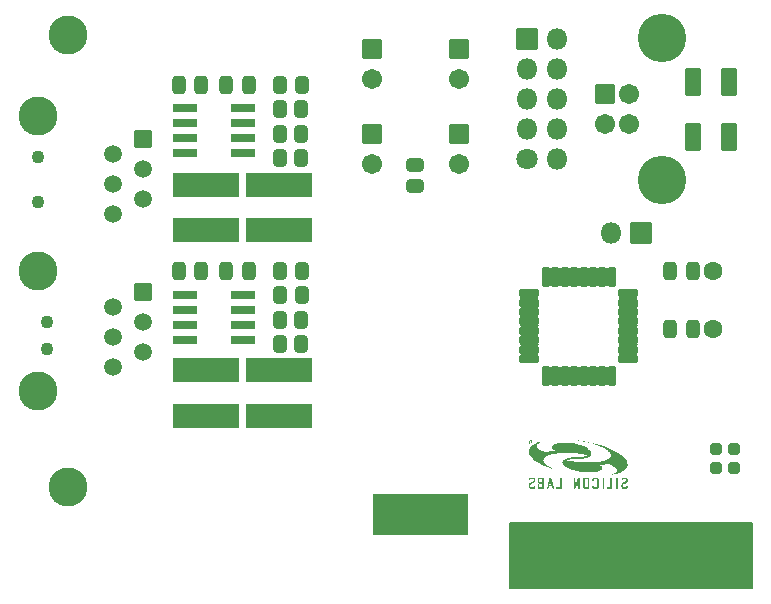
<source format=gbs>
G04 #@! TF.GenerationSoftware,KiCad,Pcbnew,6.0.9+dfsg-1*
G04 #@! TF.CreationDate,2023-01-25T21:24:40+01:00*
G04 #@! TF.ProjectId,siproslic,73697072-6f73-46c6-9963-2e6b69636164,rev?*
G04 #@! TF.SameCoordinates,Original*
G04 #@! TF.FileFunction,Soldermask,Bot*
G04 #@! TF.FilePolarity,Negative*
%FSLAX46Y46*%
G04 Gerber Fmt 4.6, Leading zero omitted, Abs format (unit mm)*
G04 Created by KiCad (PCBNEW 6.0.9+dfsg-1) date 2023-01-25 21:24:40*
%MOMM*%
%LPD*%
G01*
G04 APERTURE LIST*
G04 Aperture macros list*
%AMRoundRect*
0 Rectangle with rounded corners*
0 $1 Rounding radius*
0 $2 $3 $4 $5 $6 $7 $8 $9 X,Y pos of 4 corners*
0 Add a 4 corners polygon primitive as box body*
4,1,4,$2,$3,$4,$5,$6,$7,$8,$9,$2,$3,0*
0 Add four circle primitives for the rounded corners*
1,1,$1+$1,$2,$3*
1,1,$1+$1,$4,$5*
1,1,$1+$1,$6,$7*
1,1,$1+$1,$8,$9*
0 Add four rect primitives between the rounded corners*
20,1,$1+$1,$2,$3,$4,$5,0*
20,1,$1+$1,$4,$5,$6,$7,0*
20,1,$1+$1,$6,$7,$8,$9,0*
20,1,$1+$1,$8,$9,$2,$3,0*%
G04 Aperture macros list end*
%ADD10C,0.200000*%
%ADD11C,3.302000*%
%ADD12RoundRect,0.269750X0.256250X-0.218750X0.256250X0.218750X-0.256250X0.218750X-0.256250X-0.218750X0*%
%ADD13RoundRect,0.269750X-0.256250X0.218750X-0.256250X-0.218750X0.256250X-0.218750X0.256250X0.218750X0*%
%ADD14RoundRect,0.051000X-0.850000X-0.850000X0.850000X-0.850000X0.850000X0.850000X-0.850000X0.850000X0*%
%ADD15O,1.802000X1.802000*%
%ADD16C,1.802000*%
%ADD17RoundRect,0.301000X0.450000X-0.262500X0.450000X0.262500X-0.450000X0.262500X-0.450000X-0.262500X0*%
%ADD18C,1.702000*%
%ADD19RoundRect,0.051000X-0.800000X0.800000X-0.800000X-0.800000X0.800000X-0.800000X0.800000X0.800000X0*%
%ADD20RoundRect,0.088800X0.232200X-0.742200X0.232200X0.742200X-0.232200X0.742200X-0.232200X-0.742200X0*%
%ADD21RoundRect,0.088800X0.742200X0.232200X-0.742200X0.232200X-0.742200X-0.232200X0.742200X-0.232200X0*%
%ADD22RoundRect,0.093000X0.943000X0.258000X-0.943000X0.258000X-0.943000X-0.258000X0.943000X-0.258000X0*%
%ADD23RoundRect,0.051000X-0.704000X0.704000X-0.704000X-0.704000X0.704000X-0.704000X0.704000X0.704000X0*%
%ADD24C,1.510000*%
%ADD25C,1.602000*%
%ADD26RoundRect,0.051000X0.800000X-0.800000X0.800000X0.800000X-0.800000X0.800000X-0.800000X-0.800000X0*%
%ADD27C,4.102000*%
%ADD28RoundRect,0.301000X-0.262500X-0.450000X0.262500X-0.450000X0.262500X0.450000X-0.262500X0.450000X0*%
%ADD29RoundRect,0.301000X-0.250000X-0.475000X0.250000X-0.475000X0.250000X0.475000X-0.250000X0.475000X0*%
%ADD30RoundRect,0.301000X0.250000X0.475000X-0.250000X0.475000X-0.250000X-0.475000X0.250000X-0.475000X0*%
%ADD31C,1.102000*%
%ADD32RoundRect,0.301000X0.412500X0.925000X-0.412500X0.925000X-0.412500X-0.925000X0.412500X-0.925000X0*%
%ADD33RoundRect,0.051000X0.850000X0.850000X-0.850000X0.850000X-0.850000X-0.850000X0.850000X-0.850000X0*%
%ADD34RoundRect,0.051000X2.750000X-1.000000X2.750000X1.000000X-2.750000X1.000000X-2.750000X-1.000000X0*%
G04 APERTURE END LIST*
G36*
X105825000Y-189625000D02*
G01*
X97825000Y-189625000D01*
X97825000Y-186125000D01*
X105825000Y-186125000D01*
X105825000Y-189625000D01*
G37*
G36*
X129875000Y-194125000D02*
G01*
X109375000Y-194125000D01*
X109375000Y-188625000D01*
X129875000Y-188625000D01*
X129875000Y-194125000D01*
G37*
D10*
X129875000Y-194125000D02*
X109375000Y-194125000D01*
X109375000Y-188625000D01*
X129875000Y-188625000D01*
X129875000Y-194125000D01*
G36*
X114847879Y-184747115D02*
G01*
X114914158Y-184749613D01*
X114916509Y-185040387D01*
X114918859Y-185331162D01*
X114979187Y-185194327D01*
X114994566Y-185159443D01*
X115022009Y-185097182D01*
X115051900Y-185029361D01*
X115081552Y-184962073D01*
X115108279Y-184901414D01*
X115177042Y-184745337D01*
X115311835Y-184745337D01*
X115311835Y-185686078D01*
X115175225Y-185686078D01*
X115172974Y-185393165D01*
X115170724Y-185100253D01*
X115073245Y-185322610D01*
X115046999Y-185382366D01*
X115020284Y-185442972D01*
X114995280Y-185499486D01*
X114973272Y-185549013D01*
X114955543Y-185588657D01*
X114943376Y-185615522D01*
X114910987Y-185686078D01*
X114781599Y-185686078D01*
X114781599Y-184744617D01*
X114847879Y-184747115D01*
G37*
G36*
X113780993Y-185686078D02*
G01*
X113319175Y-185686078D01*
X113319175Y-185540691D01*
X113652710Y-185540691D01*
X113652710Y-184745337D01*
X113780993Y-184745337D01*
X113780993Y-185686078D01*
G37*
G36*
X111270760Y-181850719D02*
G01*
X111262179Y-181850314D01*
X111253610Y-181845997D01*
X111250073Y-181833336D01*
X111249379Y-181807958D01*
X111249179Y-181790876D01*
X111247027Y-181773695D01*
X111240716Y-181766593D01*
X111228065Y-181765197D01*
X111214001Y-181768458D01*
X111198076Y-181781682D01*
X111178890Y-181807804D01*
X111176429Y-181811535D01*
X111158634Y-181835320D01*
X111143637Y-181847240D01*
X111127511Y-181850565D01*
X111111385Y-181849388D01*
X111103992Y-181846032D01*
X111107382Y-181838538D01*
X111117842Y-181820386D01*
X111132909Y-181796141D01*
X111135351Y-181792318D01*
X111149654Y-181768975D01*
X111155528Y-181755315D01*
X111153909Y-181747301D01*
X111145737Y-181740891D01*
X111135105Y-181729074D01*
X111129805Y-181702258D01*
X111157982Y-181702258D01*
X111163858Y-181718160D01*
X111164865Y-181719256D01*
X111182973Y-181727820D01*
X111211942Y-181730988D01*
X111224765Y-181730873D01*
X111241575Y-181728704D01*
X111248212Y-181721265D01*
X111249379Y-181705332D01*
X111249211Y-181696544D01*
X111246047Y-181685024D01*
X111235191Y-181680475D01*
X111211942Y-181679675D01*
X111189189Y-181681536D01*
X111167106Y-181689506D01*
X111157982Y-181702258D01*
X111129805Y-181702258D01*
X111129649Y-181701468D01*
X111130198Y-181691006D01*
X111137590Y-181669319D01*
X111155268Y-181655284D01*
X111185338Y-181647725D01*
X111229902Y-181645466D01*
X111292140Y-181645466D01*
X111292140Y-181850719D01*
X111270760Y-181850719D01*
G37*
G36*
X115070073Y-181575101D02*
G01*
X115071543Y-181575524D01*
X115072809Y-181578127D01*
X115059545Y-181579360D01*
X115057520Y-181579372D01*
X115044132Y-181578225D01*
X115044416Y-181575418D01*
X115051444Y-181573849D01*
X115070073Y-181575101D01*
G37*
G36*
X112042111Y-185684351D02*
G01*
X111998221Y-185683823D01*
X111941470Y-185683009D01*
X111898152Y-185682028D01*
X111866022Y-185680666D01*
X111842834Y-185678705D01*
X111826339Y-185675931D01*
X111814292Y-185672127D01*
X111804445Y-185667078D01*
X111794553Y-185660568D01*
X111780871Y-185650671D01*
X111761160Y-185632716D01*
X111747023Y-185612127D01*
X111737574Y-185586017D01*
X111731923Y-185551501D01*
X111731277Y-185540691D01*
X111865303Y-185540691D01*
X112121869Y-185540691D01*
X112121869Y-185284125D01*
X111865303Y-185284125D01*
X111865303Y-185540691D01*
X111731277Y-185540691D01*
X111729184Y-185505690D01*
X111728468Y-185445700D01*
X111728468Y-185314553D01*
X111777375Y-185265130D01*
X111826283Y-185215707D01*
X111777375Y-185166284D01*
X111750117Y-185138738D01*
X111865303Y-185138738D01*
X112121869Y-185138738D01*
X112121869Y-184882172D01*
X111865303Y-184882172D01*
X111865303Y-185138738D01*
X111750117Y-185138738D01*
X111728468Y-185116861D01*
X111728468Y-184990119D01*
X111728624Y-184958235D01*
X111730180Y-184906423D01*
X111734119Y-184867267D01*
X111741309Y-184837836D01*
X111752618Y-184815195D01*
X111768913Y-184796411D01*
X111791063Y-184778552D01*
X111825108Y-184753889D01*
X112258704Y-184753889D01*
X112258704Y-185686901D01*
X112042111Y-185684351D01*
G37*
G36*
X111382390Y-181782386D02*
G01*
X111366488Y-181834007D01*
X111336572Y-181875962D01*
X111292933Y-181907790D01*
X111279688Y-181914178D01*
X111244673Y-181924621D01*
X111201964Y-181927689D01*
X111186547Y-181927490D01*
X111157869Y-181924560D01*
X111134337Y-181916183D01*
X111107584Y-181899894D01*
X111099567Y-181894164D01*
X111062302Y-181856642D01*
X111037799Y-181811913D01*
X111026438Y-181763181D01*
X111028049Y-181726232D01*
X111063355Y-181726232D01*
X111064231Y-181772003D01*
X111077782Y-181815761D01*
X111102835Y-181853362D01*
X111138218Y-181880661D01*
X111138884Y-181880997D01*
X111164315Y-181888485D01*
X111198082Y-181892336D01*
X111232012Y-181892096D01*
X111257932Y-181887309D01*
X111291226Y-181868335D01*
X111322846Y-181835016D01*
X111344179Y-181793929D01*
X111352006Y-181749778D01*
X111352005Y-181749503D01*
X111344027Y-181705181D01*
X111322396Y-181665143D01*
X111290262Y-181632587D01*
X111250775Y-181610709D01*
X111207086Y-181602705D01*
X111186649Y-181604601D01*
X111144766Y-181618655D01*
X111107202Y-181643438D01*
X111080155Y-181675399D01*
X111076325Y-181682593D01*
X111063355Y-181726232D01*
X111028049Y-181726232D01*
X111028598Y-181713649D01*
X111044659Y-181666521D01*
X111075000Y-181625000D01*
X111104412Y-181600614D01*
X111151829Y-181577487D01*
X111201699Y-181569164D01*
X111251276Y-181575185D01*
X111297814Y-181595088D01*
X111338570Y-181628411D01*
X111370798Y-181674694D01*
X111380350Y-181697600D01*
X111385122Y-181725345D01*
X111384767Y-181749778D01*
X111384587Y-181762178D01*
X111382390Y-181782386D01*
G37*
G36*
X113521577Y-184175191D02*
G01*
X113522915Y-184177763D01*
X113515875Y-184180893D01*
X113511348Y-184180275D01*
X113510174Y-184175191D01*
X113511427Y-184174168D01*
X113521577Y-184175191D01*
G37*
G36*
X113538111Y-184169688D02*
G01*
X113539436Y-184172235D01*
X113532467Y-184175333D01*
X113527985Y-184174722D01*
X113526822Y-184169688D01*
X113528063Y-184168675D01*
X113538111Y-184169688D01*
G37*
G36*
X111291872Y-184745355D02*
G01*
X111343351Y-184745578D01*
X111381628Y-184746251D01*
X111409247Y-184747615D01*
X111428752Y-184749910D01*
X111442686Y-184753377D01*
X111453594Y-184758254D01*
X111464020Y-184764783D01*
X111466194Y-184766291D01*
X111491288Y-184788177D01*
X111512322Y-184813085D01*
X111517695Y-184821534D01*
X111524054Y-184834931D01*
X111528154Y-184851357D01*
X111530477Y-184874331D01*
X111531510Y-184907370D01*
X111531736Y-184953992D01*
X111531702Y-184971475D01*
X111530790Y-185015956D01*
X111527414Y-185052169D01*
X111519971Y-185082102D01*
X111506854Y-185107746D01*
X111486460Y-185131089D01*
X111457184Y-185154120D01*
X111417421Y-185178829D01*
X111365567Y-185207205D01*
X111300017Y-185241237D01*
X111289010Y-185246914D01*
X111234576Y-185275613D01*
X111193942Y-185298362D01*
X111165590Y-185316098D01*
X111148004Y-185329760D01*
X111139663Y-185340284D01*
X111136878Y-185350047D01*
X111133236Y-185376150D01*
X111130741Y-185411487D01*
X111129815Y-185451295D01*
X111129815Y-185540691D01*
X111394933Y-185540691D01*
X111394933Y-185412408D01*
X111523215Y-185412408D01*
X111523215Y-185500941D01*
X111523013Y-185531923D01*
X111521695Y-185564032D01*
X111518538Y-185586328D01*
X111512841Y-185603074D01*
X111503904Y-185618534D01*
X111497603Y-185626713D01*
X111473910Y-185648917D01*
X111446503Y-185666835D01*
X111438925Y-185670542D01*
X111423951Y-185676634D01*
X111407314Y-185680894D01*
X111385925Y-185683646D01*
X111356698Y-185685212D01*
X111316543Y-185685915D01*
X111262374Y-185686078D01*
X111234180Y-185686046D01*
X111187187Y-185685662D01*
X111152713Y-185684581D01*
X111127670Y-185682480D01*
X111108969Y-185679038D01*
X111093524Y-185673930D01*
X111078245Y-185666835D01*
X111067725Y-185660861D01*
X111040709Y-185640394D01*
X111020843Y-185618534D01*
X111014697Y-185608617D01*
X111009433Y-185596903D01*
X111005794Y-185582139D01*
X111003482Y-185561515D01*
X111002200Y-185532221D01*
X111001649Y-185491444D01*
X111001532Y-185436375D01*
X111001558Y-185415317D01*
X111002166Y-185358743D01*
X111004062Y-185315792D01*
X111007877Y-185283822D01*
X111014244Y-185260189D01*
X111023795Y-185242251D01*
X111037161Y-185227365D01*
X111054974Y-185212888D01*
X111071238Y-185202564D01*
X111099937Y-185186253D01*
X111138071Y-185165589D01*
X111182680Y-185142177D01*
X111230800Y-185117622D01*
X111257645Y-185104032D01*
X111306102Y-185078795D01*
X111341509Y-185059040D01*
X111365610Y-185043698D01*
X111380151Y-185031700D01*
X111386877Y-185021976D01*
X111387091Y-185021391D01*
X111391050Y-185001744D01*
X111393863Y-184971589D01*
X111394933Y-184937204D01*
X111394933Y-184873620D01*
X111129815Y-184873620D01*
X111129815Y-184984798D01*
X111001532Y-184984798D01*
X111002015Y-184914243D01*
X111002359Y-184894942D01*
X111006213Y-184846496D01*
X111015086Y-184810702D01*
X111029999Y-184784512D01*
X111051972Y-184764876D01*
X111057784Y-184761079D01*
X111068187Y-184755455D01*
X111080418Y-184751358D01*
X111097022Y-184748547D01*
X111120546Y-184746780D01*
X111153536Y-184745818D01*
X111198538Y-184745417D01*
X111258098Y-184745337D01*
X111291872Y-184745355D01*
G37*
G36*
X113512711Y-184161222D02*
G01*
X113514036Y-184163768D01*
X113507067Y-184166866D01*
X113502585Y-184166255D01*
X113501422Y-184161222D01*
X113502663Y-184160208D01*
X113512711Y-184161222D01*
G37*
G36*
X119303490Y-184767708D02*
G01*
X119307521Y-184770812D01*
X119329774Y-184789996D01*
X119345541Y-184809537D01*
X119355912Y-184832778D01*
X119361976Y-184863062D01*
X119364822Y-184903732D01*
X119365540Y-184958132D01*
X119365512Y-184975503D01*
X119364564Y-185019761D01*
X119361072Y-185055849D01*
X119353429Y-185085717D01*
X119340027Y-185111318D01*
X119319260Y-185134603D01*
X119289519Y-185157522D01*
X119249198Y-185182026D01*
X119196690Y-185210067D01*
X119130387Y-185243596D01*
X119100373Y-185258897D01*
X119058990Y-185280932D01*
X119024069Y-185300629D01*
X118998592Y-185316290D01*
X118985539Y-185326214D01*
X118980251Y-185333175D01*
X118974288Y-185346838D01*
X118970192Y-185367360D01*
X118967368Y-185398157D01*
X118965220Y-185442643D01*
X118961467Y-185540691D01*
X119228737Y-185540691D01*
X119228737Y-185412408D01*
X119365572Y-185412408D01*
X119365572Y-185485376D01*
X119363914Y-185529808D01*
X119355428Y-185580136D01*
X119338692Y-185618670D01*
X119312531Y-185647819D01*
X119275774Y-185669993D01*
X119264359Y-185674632D01*
X119247025Y-185679329D01*
X119224598Y-185682537D01*
X119194076Y-185684522D01*
X119152457Y-185685551D01*
X119096740Y-185685890D01*
X119045751Y-185685526D01*
X118991497Y-185683339D01*
X118949761Y-185678552D01*
X118917964Y-185670445D01*
X118893525Y-185658302D01*
X118873865Y-185641405D01*
X118856404Y-185619037D01*
X118855410Y-185617569D01*
X118848161Y-185606035D01*
X118842908Y-185594296D01*
X118839330Y-185579535D01*
X118837107Y-185558935D01*
X118835919Y-185529680D01*
X118835446Y-185488955D01*
X118835369Y-185433941D01*
X118835369Y-185433795D01*
X118835321Y-185377123D01*
X118836202Y-185331785D01*
X118839582Y-185295622D01*
X118847031Y-185266473D01*
X118860120Y-185242179D01*
X118880418Y-185220579D01*
X118909497Y-185199513D01*
X118948927Y-185176821D01*
X119000278Y-185150344D01*
X119065120Y-185117921D01*
X119096435Y-185101994D01*
X119137955Y-185080085D01*
X119172991Y-185060679D01*
X119198575Y-185045433D01*
X119211740Y-185036004D01*
X119212352Y-185035385D01*
X119220718Y-185023993D01*
X119225705Y-185008158D01*
X119228112Y-184983668D01*
X119228737Y-184946313D01*
X119228737Y-184873620D01*
X118982862Y-184873620D01*
X118977517Y-184900345D01*
X118973892Y-184926169D01*
X118972172Y-184955935D01*
X118972172Y-184984798D01*
X118833006Y-184984798D01*
X118837146Y-184905644D01*
X118840315Y-184866137D01*
X118846812Y-184825602D01*
X118855561Y-184798886D01*
X118864336Y-184783666D01*
X118875443Y-184770513D01*
X118890193Y-184760749D01*
X118910829Y-184753874D01*
X118939593Y-184749393D01*
X118978729Y-184746808D01*
X119030478Y-184745622D01*
X119097085Y-184745337D01*
X119274160Y-184745337D01*
X119303490Y-184767708D01*
G37*
G36*
X118031431Y-185686078D02*
G01*
X117569613Y-185686078D01*
X117569613Y-185540691D01*
X117903148Y-185540691D01*
X117903148Y-184745337D01*
X118031431Y-184745337D01*
X118031431Y-185686078D01*
G37*
G36*
X113101383Y-185482986D02*
G01*
X113118934Y-185543541D01*
X113133515Y-185593767D01*
X113144685Y-185632135D01*
X113152000Y-185657121D01*
X113155018Y-185667198D01*
X113154402Y-185671609D01*
X113145022Y-185675153D01*
X113123609Y-185676428D01*
X113087666Y-185675750D01*
X113016539Y-185673249D01*
X112957721Y-185472273D01*
X112686972Y-185472273D01*
X112678589Y-185504344D01*
X112678016Y-185506538D01*
X112671402Y-185532201D01*
X112662576Y-185566779D01*
X112653286Y-185603436D01*
X112650921Y-185612695D01*
X112642805Y-185642824D01*
X112636241Y-185664786D01*
X112632470Y-185674354D01*
X112631363Y-185674846D01*
X112617785Y-185676135D01*
X112592635Y-185676465D01*
X112560270Y-185675751D01*
X112491968Y-185673249D01*
X112587018Y-185337576D01*
X112728884Y-185337576D01*
X112735802Y-185339931D01*
X112756640Y-185342037D01*
X112788044Y-185343465D01*
X112826615Y-185343990D01*
X112924157Y-185343990D01*
X112904629Y-185273435D01*
X112896852Y-185245241D01*
X112884194Y-185199149D01*
X112870349Y-185148559D01*
X112857175Y-185100253D01*
X112856431Y-185097521D01*
X112845382Y-185058093D01*
X112835575Y-185025002D01*
X112828051Y-185001648D01*
X112823852Y-184991432D01*
X112823789Y-184991383D01*
X112820388Y-184998494D01*
X112813563Y-185019144D01*
X112804107Y-185050446D01*
X112792813Y-185089510D01*
X112780474Y-185133446D01*
X112767883Y-185179365D01*
X112755832Y-185224377D01*
X112745114Y-185265594D01*
X112736521Y-185300126D01*
X112730847Y-185325083D01*
X112728884Y-185337576D01*
X112587018Y-185337576D01*
X112614262Y-185241364D01*
X112622621Y-185211849D01*
X112646020Y-185129252D01*
X112668091Y-185051389D01*
X112688358Y-184979934D01*
X112706345Y-184916563D01*
X112721577Y-184862949D01*
X112733579Y-184820769D01*
X112741874Y-184791697D01*
X112745987Y-184777408D01*
X112755417Y-184745337D01*
X112888326Y-184745337D01*
X113019785Y-185200741D01*
X113035334Y-185254594D01*
X113059140Y-185336986D01*
X113061166Y-185343990D01*
X113081304Y-185413625D01*
X113101383Y-185482986D01*
G37*
G36*
X116098274Y-185579250D02*
G01*
X116095462Y-185594416D01*
X116090273Y-185605126D01*
X116060715Y-185642524D01*
X116017391Y-185672629D01*
X116013578Y-185674436D01*
X115998439Y-185679126D01*
X115976583Y-185682429D01*
X115945415Y-185684545D01*
X115902340Y-185685677D01*
X115844765Y-185686025D01*
X115793763Y-185685799D01*
X115744910Y-185684570D01*
X115708085Y-185681802D01*
X115680501Y-185676974D01*
X115659376Y-185669564D01*
X115641925Y-185659050D01*
X115625364Y-185644911D01*
X115615363Y-185635408D01*
X115605630Y-185625207D01*
X115597698Y-185614294D01*
X115591381Y-185601030D01*
X115586497Y-185583775D01*
X115582861Y-185560891D01*
X115581138Y-185540691D01*
X115713788Y-185540691D01*
X115970353Y-185540691D01*
X115970353Y-184882172D01*
X115713788Y-184882172D01*
X115713788Y-185540691D01*
X115581138Y-185540691D01*
X115580289Y-185530738D01*
X115578598Y-185491677D01*
X115577602Y-185442069D01*
X115577119Y-185380274D01*
X115576964Y-185304654D01*
X115576953Y-185213568D01*
X115576953Y-184851387D01*
X115600397Y-184815230D01*
X115602023Y-184812744D01*
X115618666Y-184790329D01*
X115636802Y-184773435D01*
X115659028Y-184761306D01*
X115687940Y-184753187D01*
X115726136Y-184748322D01*
X115776214Y-184745957D01*
X115840769Y-184745337D01*
X115872755Y-184745452D01*
X115928060Y-184746482D01*
X115969047Y-184748685D01*
X115997581Y-184752186D01*
X116015527Y-184757112D01*
X116048226Y-184777583D01*
X116078287Y-184808295D01*
X116098092Y-184842106D01*
X116098165Y-184842305D01*
X116100858Y-184858574D01*
X116103105Y-184889517D01*
X116104916Y-184932865D01*
X116106298Y-184986347D01*
X116107259Y-185047694D01*
X116107807Y-185114636D01*
X116107950Y-185184904D01*
X116107695Y-185256228D01*
X116107052Y-185326339D01*
X116106027Y-185392966D01*
X116104629Y-185453841D01*
X116102866Y-185506692D01*
X116101172Y-185540691D01*
X116100745Y-185549252D01*
X116098274Y-185579250D01*
G37*
G36*
X118501801Y-185677526D02*
G01*
X118364966Y-185677526D01*
X118364966Y-184745337D01*
X118501801Y-184745337D01*
X118501801Y-185677526D01*
G37*
G36*
X115136496Y-181584774D02*
G01*
X115174177Y-181589355D01*
X115228721Y-181596703D01*
X115300131Y-181606846D01*
X115537817Y-181643395D01*
X115927765Y-181713258D01*
X116304155Y-181793471D01*
X116667035Y-181884047D01*
X117016452Y-181985000D01*
X117352452Y-182096342D01*
X117675084Y-182218087D01*
X117984394Y-182350247D01*
X118015149Y-182364299D01*
X118206958Y-182456389D01*
X118385864Y-182550218D01*
X118551172Y-182645347D01*
X118702185Y-182741336D01*
X118838207Y-182837747D01*
X118958540Y-182934139D01*
X119062489Y-183030075D01*
X119120968Y-183091845D01*
X119199405Y-183188124D01*
X119262752Y-183284412D01*
X119310806Y-183380070D01*
X119343365Y-183474457D01*
X119360224Y-183566933D01*
X119361183Y-183656858D01*
X119346037Y-183743591D01*
X119314585Y-183826492D01*
X119281435Y-183884423D01*
X119227070Y-183957765D01*
X119160654Y-184029781D01*
X119084774Y-184097721D01*
X119002019Y-184158832D01*
X118962395Y-184183571D01*
X118901058Y-184218045D01*
X118831654Y-184253841D01*
X118758758Y-184288705D01*
X118686946Y-184320383D01*
X118620795Y-184346620D01*
X118534411Y-184376321D01*
X118424067Y-184409732D01*
X118303825Y-184442076D01*
X118177501Y-184472390D01*
X118048907Y-184499713D01*
X117921858Y-184523081D01*
X117877093Y-184530466D01*
X117844382Y-184535295D01*
X117825956Y-184536915D01*
X117822147Y-184534991D01*
X117833292Y-184529191D01*
X117859723Y-184519178D01*
X117901776Y-184504620D01*
X117959785Y-184485183D01*
X118054499Y-184451743D01*
X118159619Y-184408726D01*
X118248319Y-184364829D01*
X118320976Y-184319840D01*
X118377968Y-184273544D01*
X118419675Y-184225729D01*
X118431488Y-184206934D01*
X118443357Y-184176381D01*
X118448848Y-184137917D01*
X118447066Y-184094499D01*
X118430201Y-184038407D01*
X118397531Y-183984622D01*
X118349792Y-183934654D01*
X118304029Y-183897115D01*
X118247662Y-183854012D01*
X118185007Y-183808424D01*
X118120330Y-183763386D01*
X118057896Y-183721934D01*
X118001971Y-183687105D01*
X117981103Y-183674879D01*
X117936602Y-183649825D01*
X117890056Y-183624729D01*
X117844284Y-183601004D01*
X117802104Y-183580069D01*
X117766337Y-183563338D01*
X117739802Y-183552227D01*
X117725317Y-183548154D01*
X117724672Y-183548213D01*
X117711852Y-183550764D01*
X117684999Y-183556705D01*
X117646320Y-183565513D01*
X117598017Y-183576669D01*
X117542295Y-183589652D01*
X117481357Y-183603941D01*
X117417407Y-183619016D01*
X117352651Y-183634356D01*
X117289291Y-183649440D01*
X117229531Y-183663748D01*
X117175576Y-183676760D01*
X117129629Y-183687954D01*
X117093895Y-183696810D01*
X117070578Y-183702808D01*
X117037637Y-183711650D01*
X117113339Y-183766583D01*
X117154665Y-183798007D01*
X117189173Y-183828752D01*
X117211650Y-183855973D01*
X117223849Y-183881849D01*
X117227525Y-183908562D01*
X117227460Y-183914300D01*
X117223815Y-183945030D01*
X117212935Y-183972518D01*
X117192533Y-184001071D01*
X117160318Y-184034997D01*
X117104672Y-184080692D01*
X117030007Y-184125434D01*
X116941172Y-184165449D01*
X116839391Y-184200562D01*
X116725887Y-184230597D01*
X116601886Y-184255378D01*
X116468611Y-184274731D01*
X116327286Y-184288479D01*
X116179134Y-184296447D01*
X116025380Y-184298460D01*
X115867248Y-184294341D01*
X115705961Y-184283916D01*
X115542744Y-184267009D01*
X115378671Y-184244495D01*
X115168061Y-184208356D01*
X114969584Y-184165683D01*
X114783765Y-184116665D01*
X114611133Y-184061491D01*
X114452216Y-184000351D01*
X114307540Y-183933435D01*
X114177633Y-183860932D01*
X114063023Y-183783031D01*
X113964237Y-183699922D01*
X113910308Y-183640979D01*
X113870652Y-183579605D01*
X113846411Y-183517730D01*
X113837885Y-183456491D01*
X113845376Y-183397026D01*
X113869184Y-183340473D01*
X113872860Y-183334396D01*
X113915121Y-183281435D01*
X113973180Y-183231990D01*
X114046114Y-183186451D01*
X114132999Y-183145207D01*
X114232912Y-183108651D01*
X114344928Y-183077171D01*
X114468123Y-183051158D01*
X114601575Y-183031003D01*
X114613275Y-183029593D01*
X114656469Y-183024961D01*
X114706033Y-183020513D01*
X114763501Y-183016154D01*
X114830403Y-183011788D01*
X114908272Y-183007322D01*
X114998642Y-183002658D01*
X115103045Y-182997702D01*
X115223012Y-182992359D01*
X115332700Y-182986642D01*
X115442176Y-182978391D01*
X115538194Y-182967951D01*
X115622646Y-182955028D01*
X115697423Y-182939327D01*
X115764419Y-182920553D01*
X115825524Y-182898410D01*
X115854669Y-182885859D01*
X115888724Y-182869606D01*
X115918973Y-182853634D01*
X115942459Y-182839609D01*
X115956226Y-182829199D01*
X115957321Y-182824070D01*
X115955548Y-182823655D01*
X115939931Y-182820728D01*
X115910901Y-182815635D01*
X115871063Y-182808820D01*
X115823021Y-182800732D01*
X115769377Y-182791817D01*
X115663855Y-182774838D01*
X115328463Y-182727159D01*
X115004446Y-182691024D01*
X114690874Y-182666406D01*
X114386819Y-182653275D01*
X114091353Y-182651603D01*
X113803548Y-182661363D01*
X113522475Y-182682526D01*
X113247207Y-182715063D01*
X113191977Y-182723030D01*
X113054903Y-182745145D01*
X112932825Y-182768629D01*
X112824221Y-182793858D01*
X112727570Y-182821208D01*
X112641351Y-182851056D01*
X112564044Y-182883775D01*
X112558044Y-182886596D01*
X112461430Y-182937869D01*
X112381435Y-182992306D01*
X112318099Y-183049792D01*
X112271459Y-183110212D01*
X112241556Y-183173451D01*
X112228429Y-183239396D01*
X112232116Y-183307931D01*
X112252658Y-183378941D01*
X112290092Y-183452312D01*
X112344458Y-183527930D01*
X112349750Y-183534297D01*
X112411419Y-183598786D01*
X112488757Y-183664991D01*
X112580620Y-183732253D01*
X112685862Y-183799912D01*
X112803341Y-183867306D01*
X112931910Y-183933777D01*
X113070425Y-183998663D01*
X113217742Y-184061305D01*
X113372716Y-184121042D01*
X113377550Y-184122819D01*
X113414598Y-184136823D01*
X113444285Y-184148709D01*
X113463693Y-184157269D01*
X113469906Y-184161295D01*
X113468605Y-184161360D01*
X113454683Y-184158120D01*
X113427275Y-184150272D01*
X113388404Y-184138475D01*
X113340095Y-184123387D01*
X113284372Y-184105666D01*
X113223259Y-184085971D01*
X113158781Y-184064961D01*
X113092962Y-184043293D01*
X113027825Y-184021627D01*
X112965396Y-184000620D01*
X112907699Y-183980931D01*
X112856757Y-183963219D01*
X112814596Y-183948141D01*
X112632281Y-183878728D01*
X112381807Y-183772965D01*
X112142481Y-183658909D01*
X111911411Y-183535156D01*
X111685707Y-183400303D01*
X111632335Y-183365441D01*
X111546990Y-183304845D01*
X111462653Y-183239522D01*
X111382955Y-183172444D01*
X111311526Y-183106587D01*
X111251995Y-183044926D01*
X111234483Y-183025030D01*
X111153317Y-182922622D01*
X111088987Y-182822289D01*
X111041500Y-182724104D01*
X111010860Y-182628138D01*
X110997073Y-182534465D01*
X111000145Y-182443157D01*
X111020081Y-182354285D01*
X111056887Y-182267922D01*
X111110567Y-182184140D01*
X111181128Y-182103012D01*
X111182782Y-182101347D01*
X111273568Y-182020797D01*
X111380440Y-181945301D01*
X111503100Y-181875013D01*
X111641251Y-181810088D01*
X111794595Y-181750680D01*
X111962835Y-181696944D01*
X111981137Y-181691743D01*
X112011411Y-181683645D01*
X112032833Y-181678601D01*
X112041636Y-181677540D01*
X112039396Y-181679728D01*
X112025197Y-181688111D01*
X112000731Y-181701037D01*
X111969157Y-181716793D01*
X111906554Y-181750333D01*
X111829714Y-181802541D01*
X111768141Y-181859336D01*
X111722238Y-181920248D01*
X111692413Y-181984809D01*
X111679071Y-182052549D01*
X111678088Y-182069046D01*
X111678674Y-182100090D01*
X111684603Y-182126877D01*
X111697407Y-182158237D01*
X111698507Y-182160627D01*
X111731370Y-182220697D01*
X111771442Y-182272551D01*
X111821192Y-182318482D01*
X111883085Y-182360781D01*
X111959589Y-182401738D01*
X111978429Y-182410648D01*
X112001671Y-182420885D01*
X112027445Y-182431251D01*
X112057729Y-182442425D01*
X112094505Y-182455085D01*
X112139753Y-182469909D01*
X112195454Y-182487576D01*
X112263588Y-182508764D01*
X112346135Y-182534152D01*
X112446395Y-182564883D01*
X112581320Y-182543786D01*
X112613608Y-182538765D01*
X112669923Y-182530084D01*
X112736009Y-182519959D01*
X112807720Y-182509026D01*
X112880909Y-182497916D01*
X112951431Y-182487262D01*
X112958968Y-182486126D01*
X113019652Y-182476898D01*
X113074308Y-182468451D01*
X113120757Y-182461131D01*
X113156822Y-182455286D01*
X113180325Y-182451263D01*
X113189088Y-182449409D01*
X113183192Y-182444591D01*
X113165149Y-182433155D01*
X113137764Y-182416824D01*
X113103849Y-182397318D01*
X113045058Y-182361644D01*
X112987895Y-182319508D01*
X112946677Y-182278300D01*
X112920872Y-182237122D01*
X112909949Y-182195076D01*
X112913375Y-182151264D01*
X112930618Y-182104785D01*
X112931790Y-182102467D01*
X112968268Y-182048816D01*
X113019961Y-181999284D01*
X113085311Y-181954935D01*
X113162763Y-181916834D01*
X113250758Y-181886044D01*
X113389910Y-181850047D01*
X113586900Y-181812023D01*
X113790315Y-181786651D01*
X113998447Y-181773686D01*
X114209590Y-181772884D01*
X114422034Y-181784003D01*
X114634072Y-181806798D01*
X114843997Y-181841027D01*
X115050100Y-181886445D01*
X115250674Y-181942810D01*
X115444011Y-182009877D01*
X115628403Y-182087404D01*
X115802143Y-182175146D01*
X115963522Y-182272860D01*
X115998438Y-182296596D01*
X116087588Y-182363738D01*
X116160269Y-182429564D01*
X116216865Y-182494560D01*
X116257764Y-182559215D01*
X116283351Y-182624013D01*
X116294013Y-182689443D01*
X116294362Y-182698851D01*
X116290323Y-182752771D01*
X116274537Y-182801827D01*
X116245505Y-182849425D01*
X116201726Y-182898969D01*
X116177934Y-182921360D01*
X116146652Y-182945667D01*
X116109982Y-182967845D01*
X116062458Y-182991524D01*
X116011653Y-183014461D01*
X115942224Y-183042628D01*
X115872924Y-183066503D01*
X115801603Y-183086475D01*
X115726111Y-183102936D01*
X115644301Y-183116276D01*
X115554023Y-183126885D01*
X115453128Y-183135154D01*
X115339466Y-183141472D01*
X115210889Y-183146232D01*
X115098523Y-183149871D01*
X114966888Y-183155020D01*
X114849916Y-183160813D01*
X114746233Y-183167426D01*
X114654461Y-183175033D01*
X114573224Y-183183809D01*
X114501147Y-183193929D01*
X114436852Y-183205567D01*
X114378965Y-183218899D01*
X114326109Y-183234099D01*
X114276907Y-183251342D01*
X114229983Y-183270802D01*
X114195774Y-183286061D01*
X114251364Y-183296943D01*
X114310572Y-183307983D01*
X114407834Y-183324408D01*
X114516590Y-183341128D01*
X114633551Y-183357715D01*
X114755427Y-183373742D01*
X114878931Y-183388780D01*
X115000772Y-183402403D01*
X115117663Y-183414183D01*
X115226313Y-183423691D01*
X115356848Y-183433170D01*
X115634868Y-183447520D01*
X115913063Y-183454177D01*
X116187575Y-183453133D01*
X116454545Y-183444376D01*
X116710118Y-183427894D01*
X116775829Y-183421712D01*
X116895152Y-183406768D01*
X117016351Y-183387233D01*
X117136713Y-183363750D01*
X117253527Y-183336962D01*
X117364082Y-183307511D01*
X117465668Y-183276039D01*
X117555571Y-183243190D01*
X117631082Y-183209607D01*
X117658349Y-183195592D01*
X117741016Y-183147230D01*
X117807549Y-183097708D01*
X117858698Y-183046167D01*
X117895215Y-182991750D01*
X117917850Y-182933596D01*
X117927355Y-182870848D01*
X117927551Y-182839259D01*
X117920028Y-182782059D01*
X117901297Y-182726121D01*
X117870301Y-182669289D01*
X117825983Y-182609406D01*
X117767285Y-182544315D01*
X117759207Y-182536028D01*
X117710489Y-182488620D01*
X117660429Y-182444800D01*
X117606934Y-182403189D01*
X117547912Y-182362406D01*
X117481270Y-182321071D01*
X117404915Y-182277806D01*
X117316755Y-182231229D01*
X117214697Y-182179962D01*
X117108685Y-182129250D01*
X116962848Y-182064525D01*
X116813199Y-182004023D01*
X116658263Y-181947314D01*
X116496563Y-181893966D01*
X116326622Y-181843546D01*
X116146963Y-181795622D01*
X115956110Y-181749762D01*
X115752586Y-181705535D01*
X115534914Y-181662508D01*
X115301618Y-181620249D01*
X115264349Y-181613722D01*
X115200921Y-181602326D01*
X115154336Y-181593519D01*
X115124598Y-181587331D01*
X115111710Y-181583792D01*
X115115675Y-181582929D01*
X115136496Y-181584774D01*
G37*
G36*
X117302357Y-184747115D02*
G01*
X117368636Y-184749613D01*
X117370848Y-185213569D01*
X117373060Y-185677526D01*
X117236077Y-185677526D01*
X117236077Y-184744617D01*
X117302357Y-184747115D01*
G37*
G36*
X115071122Y-181595599D02*
G01*
X115072578Y-181596018D01*
X115073832Y-181598595D01*
X115060700Y-181599816D01*
X115058695Y-181599827D01*
X115045441Y-181598692D01*
X115045722Y-181595913D01*
X115052679Y-181594359D01*
X115071122Y-181595599D01*
G37*
G36*
X116839296Y-184778080D02*
G01*
X116841515Y-184779685D01*
X116855934Y-184790308D01*
X116867907Y-184800521D01*
X116877651Y-184811916D01*
X116885382Y-184826086D01*
X116891315Y-184844622D01*
X116895667Y-184869117D01*
X116898653Y-184901163D01*
X116900490Y-184942352D01*
X116901395Y-184994277D01*
X116901582Y-185058529D01*
X116901268Y-185136701D01*
X116900669Y-185230386D01*
X116898266Y-185596280D01*
X116877839Y-185624921D01*
X116875555Y-185628007D01*
X116853947Y-185651471D01*
X116830801Y-185669788D01*
X116823821Y-185673667D01*
X116811709Y-185678367D01*
X116795633Y-185681716D01*
X116772966Y-185683935D01*
X116741080Y-185685248D01*
X116697346Y-185685877D01*
X116639138Y-185686046D01*
X116589651Y-185685922D01*
X116537725Y-185685032D01*
X116498381Y-185682753D01*
X116469052Y-185678472D01*
X116447171Y-185671575D01*
X116430171Y-185661449D01*
X116415484Y-185647480D01*
X116400543Y-185629057D01*
X116397976Y-185625661D01*
X116388075Y-185610840D01*
X116381595Y-185595519D01*
X116377636Y-185575545D01*
X116375300Y-185546770D01*
X116373688Y-185505041D01*
X116370793Y-185412408D01*
X116509141Y-185412408D01*
X116509141Y-185540691D01*
X116765707Y-185540691D01*
X116765707Y-184882172D01*
X116509958Y-184882172D01*
X116507411Y-184935623D01*
X116504865Y-184989074D01*
X116438586Y-184991572D01*
X116372306Y-184994070D01*
X116372306Y-184929228D01*
X116373757Y-184894815D01*
X116383499Y-184845786D01*
X116403280Y-184807718D01*
X116434116Y-184778128D01*
X116437997Y-184775412D01*
X116448257Y-184769254D01*
X116460084Y-184764692D01*
X116476067Y-184761433D01*
X116498796Y-184759183D01*
X116530860Y-184757649D01*
X116574849Y-184756537D01*
X116633351Y-184755555D01*
X116804598Y-184752945D01*
X116839296Y-184778080D01*
G37*
G36*
X113495920Y-184166639D02*
G01*
X113497258Y-184169211D01*
X113490219Y-184172340D01*
X113485691Y-184171723D01*
X113484517Y-184166639D01*
X113485771Y-184165615D01*
X113495920Y-184166639D01*
G37*
G36*
X105825000Y-189625000D02*
G01*
X97825000Y-189625000D01*
X97825000Y-186125000D01*
X105825000Y-186125000D01*
X105825000Y-189625000D01*
G37*
G36*
X129875000Y-194125000D02*
G01*
X109375000Y-194125000D01*
X109375000Y-188625000D01*
X129875000Y-188625000D01*
X129875000Y-194125000D01*
G37*
X129875000Y-194125000D02*
X109375000Y-194125000D01*
X109375000Y-188625000D01*
X129875000Y-188625000D01*
X129875000Y-194125000D01*
G36*
X114847879Y-184747115D02*
G01*
X114914158Y-184749613D01*
X114916509Y-185040387D01*
X114918859Y-185331162D01*
X114979187Y-185194327D01*
X114994566Y-185159443D01*
X115022009Y-185097182D01*
X115051900Y-185029361D01*
X115081552Y-184962073D01*
X115108279Y-184901414D01*
X115177042Y-184745337D01*
X115311835Y-184745337D01*
X115311835Y-185686078D01*
X115175225Y-185686078D01*
X115172974Y-185393165D01*
X115170724Y-185100253D01*
X115073245Y-185322610D01*
X115046999Y-185382366D01*
X115020284Y-185442972D01*
X114995280Y-185499486D01*
X114973272Y-185549013D01*
X114955543Y-185588657D01*
X114943376Y-185615522D01*
X114910987Y-185686078D01*
X114781599Y-185686078D01*
X114781599Y-184744617D01*
X114847879Y-184747115D01*
G37*
G36*
X113780993Y-185686078D02*
G01*
X113319175Y-185686078D01*
X113319175Y-185540691D01*
X113652710Y-185540691D01*
X113652710Y-184745337D01*
X113780993Y-184745337D01*
X113780993Y-185686078D01*
G37*
G36*
X111270760Y-181850719D02*
G01*
X111262179Y-181850314D01*
X111253610Y-181845997D01*
X111250073Y-181833336D01*
X111249379Y-181807958D01*
X111249179Y-181790876D01*
X111247027Y-181773695D01*
X111240716Y-181766593D01*
X111228065Y-181765197D01*
X111214001Y-181768458D01*
X111198076Y-181781682D01*
X111178890Y-181807804D01*
X111176429Y-181811535D01*
X111158634Y-181835320D01*
X111143637Y-181847240D01*
X111127511Y-181850565D01*
X111111385Y-181849388D01*
X111103992Y-181846032D01*
X111107382Y-181838538D01*
X111117842Y-181820386D01*
X111132909Y-181796141D01*
X111135351Y-181792318D01*
X111149654Y-181768975D01*
X111155528Y-181755315D01*
X111153909Y-181747301D01*
X111145737Y-181740891D01*
X111135105Y-181729074D01*
X111129805Y-181702258D01*
X111157982Y-181702258D01*
X111163858Y-181718160D01*
X111164865Y-181719256D01*
X111182973Y-181727820D01*
X111211942Y-181730988D01*
X111224765Y-181730873D01*
X111241575Y-181728704D01*
X111248212Y-181721265D01*
X111249379Y-181705332D01*
X111249211Y-181696544D01*
X111246047Y-181685024D01*
X111235191Y-181680475D01*
X111211942Y-181679675D01*
X111189189Y-181681536D01*
X111167106Y-181689506D01*
X111157982Y-181702258D01*
X111129805Y-181702258D01*
X111129649Y-181701468D01*
X111130198Y-181691006D01*
X111137590Y-181669319D01*
X111155268Y-181655284D01*
X111185338Y-181647725D01*
X111229902Y-181645466D01*
X111292140Y-181645466D01*
X111292140Y-181850719D01*
X111270760Y-181850719D01*
G37*
G36*
X115070073Y-181575101D02*
G01*
X115071543Y-181575524D01*
X115072809Y-181578127D01*
X115059545Y-181579360D01*
X115057520Y-181579372D01*
X115044132Y-181578225D01*
X115044416Y-181575418D01*
X115051444Y-181573849D01*
X115070073Y-181575101D01*
G37*
G36*
X112042111Y-185684351D02*
G01*
X111998221Y-185683823D01*
X111941470Y-185683009D01*
X111898152Y-185682028D01*
X111866022Y-185680666D01*
X111842834Y-185678705D01*
X111826339Y-185675931D01*
X111814292Y-185672127D01*
X111804445Y-185667078D01*
X111794553Y-185660568D01*
X111780871Y-185650671D01*
X111761160Y-185632716D01*
X111747023Y-185612127D01*
X111737574Y-185586017D01*
X111731923Y-185551501D01*
X111731277Y-185540691D01*
X111865303Y-185540691D01*
X112121869Y-185540691D01*
X112121869Y-185284125D01*
X111865303Y-185284125D01*
X111865303Y-185540691D01*
X111731277Y-185540691D01*
X111729184Y-185505690D01*
X111728468Y-185445700D01*
X111728468Y-185314553D01*
X111777375Y-185265130D01*
X111826283Y-185215707D01*
X111777375Y-185166284D01*
X111750117Y-185138738D01*
X111865303Y-185138738D01*
X112121869Y-185138738D01*
X112121869Y-184882172D01*
X111865303Y-184882172D01*
X111865303Y-185138738D01*
X111750117Y-185138738D01*
X111728468Y-185116861D01*
X111728468Y-184990119D01*
X111728624Y-184958235D01*
X111730180Y-184906423D01*
X111734119Y-184867267D01*
X111741309Y-184837836D01*
X111752618Y-184815195D01*
X111768913Y-184796411D01*
X111791063Y-184778552D01*
X111825108Y-184753889D01*
X112258704Y-184753889D01*
X112258704Y-185686901D01*
X112042111Y-185684351D01*
G37*
G36*
X111382390Y-181782386D02*
G01*
X111366488Y-181834007D01*
X111336572Y-181875962D01*
X111292933Y-181907790D01*
X111279688Y-181914178D01*
X111244673Y-181924621D01*
X111201964Y-181927689D01*
X111186547Y-181927490D01*
X111157869Y-181924560D01*
X111134337Y-181916183D01*
X111107584Y-181899894D01*
X111099567Y-181894164D01*
X111062302Y-181856642D01*
X111037799Y-181811913D01*
X111026438Y-181763181D01*
X111028049Y-181726232D01*
X111063355Y-181726232D01*
X111064231Y-181772003D01*
X111077782Y-181815761D01*
X111102835Y-181853362D01*
X111138218Y-181880661D01*
X111138884Y-181880997D01*
X111164315Y-181888485D01*
X111198082Y-181892336D01*
X111232012Y-181892096D01*
X111257932Y-181887309D01*
X111291226Y-181868335D01*
X111322846Y-181835016D01*
X111344179Y-181793929D01*
X111352006Y-181749778D01*
X111352005Y-181749503D01*
X111344027Y-181705181D01*
X111322396Y-181665143D01*
X111290262Y-181632587D01*
X111250775Y-181610709D01*
X111207086Y-181602705D01*
X111186649Y-181604601D01*
X111144766Y-181618655D01*
X111107202Y-181643438D01*
X111080155Y-181675399D01*
X111076325Y-181682593D01*
X111063355Y-181726232D01*
X111028049Y-181726232D01*
X111028598Y-181713649D01*
X111044659Y-181666521D01*
X111075000Y-181625000D01*
X111104412Y-181600614D01*
X111151829Y-181577487D01*
X111201699Y-181569164D01*
X111251276Y-181575185D01*
X111297814Y-181595088D01*
X111338570Y-181628411D01*
X111370798Y-181674694D01*
X111380350Y-181697600D01*
X111385122Y-181725345D01*
X111384767Y-181749778D01*
X111384587Y-181762178D01*
X111382390Y-181782386D01*
G37*
G36*
X113521577Y-184175191D02*
G01*
X113522915Y-184177763D01*
X113515875Y-184180893D01*
X113511348Y-184180275D01*
X113510174Y-184175191D01*
X113511427Y-184174168D01*
X113521577Y-184175191D01*
G37*
G36*
X113538111Y-184169688D02*
G01*
X113539436Y-184172235D01*
X113532467Y-184175333D01*
X113527985Y-184174722D01*
X113526822Y-184169688D01*
X113528063Y-184168675D01*
X113538111Y-184169688D01*
G37*
G36*
X111291872Y-184745355D02*
G01*
X111343351Y-184745578D01*
X111381628Y-184746251D01*
X111409247Y-184747615D01*
X111428752Y-184749910D01*
X111442686Y-184753377D01*
X111453594Y-184758254D01*
X111464020Y-184764783D01*
X111466194Y-184766291D01*
X111491288Y-184788177D01*
X111512322Y-184813085D01*
X111517695Y-184821534D01*
X111524054Y-184834931D01*
X111528154Y-184851357D01*
X111530477Y-184874331D01*
X111531510Y-184907370D01*
X111531736Y-184953992D01*
X111531702Y-184971475D01*
X111530790Y-185015956D01*
X111527414Y-185052169D01*
X111519971Y-185082102D01*
X111506854Y-185107746D01*
X111486460Y-185131089D01*
X111457184Y-185154120D01*
X111417421Y-185178829D01*
X111365567Y-185207205D01*
X111300017Y-185241237D01*
X111289010Y-185246914D01*
X111234576Y-185275613D01*
X111193942Y-185298362D01*
X111165590Y-185316098D01*
X111148004Y-185329760D01*
X111139663Y-185340284D01*
X111136878Y-185350047D01*
X111133236Y-185376150D01*
X111130741Y-185411487D01*
X111129815Y-185451295D01*
X111129815Y-185540691D01*
X111394933Y-185540691D01*
X111394933Y-185412408D01*
X111523215Y-185412408D01*
X111523215Y-185500941D01*
X111523013Y-185531923D01*
X111521695Y-185564032D01*
X111518538Y-185586328D01*
X111512841Y-185603074D01*
X111503904Y-185618534D01*
X111497603Y-185626713D01*
X111473910Y-185648917D01*
X111446503Y-185666835D01*
X111438925Y-185670542D01*
X111423951Y-185676634D01*
X111407314Y-185680894D01*
X111385925Y-185683646D01*
X111356698Y-185685212D01*
X111316543Y-185685915D01*
X111262374Y-185686078D01*
X111234180Y-185686046D01*
X111187187Y-185685662D01*
X111152713Y-185684581D01*
X111127670Y-185682480D01*
X111108969Y-185679038D01*
X111093524Y-185673930D01*
X111078245Y-185666835D01*
X111067725Y-185660861D01*
X111040709Y-185640394D01*
X111020843Y-185618534D01*
X111014697Y-185608617D01*
X111009433Y-185596903D01*
X111005794Y-185582139D01*
X111003482Y-185561515D01*
X111002200Y-185532221D01*
X111001649Y-185491444D01*
X111001532Y-185436375D01*
X111001558Y-185415317D01*
X111002166Y-185358743D01*
X111004062Y-185315792D01*
X111007877Y-185283822D01*
X111014244Y-185260189D01*
X111023795Y-185242251D01*
X111037161Y-185227365D01*
X111054974Y-185212888D01*
X111071238Y-185202564D01*
X111099937Y-185186253D01*
X111138071Y-185165589D01*
X111182680Y-185142177D01*
X111230800Y-185117622D01*
X111257645Y-185104032D01*
X111306102Y-185078795D01*
X111341509Y-185059040D01*
X111365610Y-185043698D01*
X111380151Y-185031700D01*
X111386877Y-185021976D01*
X111387091Y-185021391D01*
X111391050Y-185001744D01*
X111393863Y-184971589D01*
X111394933Y-184937204D01*
X111394933Y-184873620D01*
X111129815Y-184873620D01*
X111129815Y-184984798D01*
X111001532Y-184984798D01*
X111002015Y-184914243D01*
X111002359Y-184894942D01*
X111006213Y-184846496D01*
X111015086Y-184810702D01*
X111029999Y-184784512D01*
X111051972Y-184764876D01*
X111057784Y-184761079D01*
X111068187Y-184755455D01*
X111080418Y-184751358D01*
X111097022Y-184748547D01*
X111120546Y-184746780D01*
X111153536Y-184745818D01*
X111198538Y-184745417D01*
X111258098Y-184745337D01*
X111291872Y-184745355D01*
G37*
G36*
X113512711Y-184161222D02*
G01*
X113514036Y-184163768D01*
X113507067Y-184166866D01*
X113502585Y-184166255D01*
X113501422Y-184161222D01*
X113502663Y-184160208D01*
X113512711Y-184161222D01*
G37*
G36*
X119303490Y-184767708D02*
G01*
X119307521Y-184770812D01*
X119329774Y-184789996D01*
X119345541Y-184809537D01*
X119355912Y-184832778D01*
X119361976Y-184863062D01*
X119364822Y-184903732D01*
X119365540Y-184958132D01*
X119365512Y-184975503D01*
X119364564Y-185019761D01*
X119361072Y-185055849D01*
X119353429Y-185085717D01*
X119340027Y-185111318D01*
X119319260Y-185134603D01*
X119289519Y-185157522D01*
X119249198Y-185182026D01*
X119196690Y-185210067D01*
X119130387Y-185243596D01*
X119100373Y-185258897D01*
X119058990Y-185280932D01*
X119024069Y-185300629D01*
X118998592Y-185316290D01*
X118985539Y-185326214D01*
X118980251Y-185333175D01*
X118974288Y-185346838D01*
X118970192Y-185367360D01*
X118967368Y-185398157D01*
X118965220Y-185442643D01*
X118961467Y-185540691D01*
X119228737Y-185540691D01*
X119228737Y-185412408D01*
X119365572Y-185412408D01*
X119365572Y-185485376D01*
X119363914Y-185529808D01*
X119355428Y-185580136D01*
X119338692Y-185618670D01*
X119312531Y-185647819D01*
X119275774Y-185669993D01*
X119264359Y-185674632D01*
X119247025Y-185679329D01*
X119224598Y-185682537D01*
X119194076Y-185684522D01*
X119152457Y-185685551D01*
X119096740Y-185685890D01*
X119045751Y-185685526D01*
X118991497Y-185683339D01*
X118949761Y-185678552D01*
X118917964Y-185670445D01*
X118893525Y-185658302D01*
X118873865Y-185641405D01*
X118856404Y-185619037D01*
X118855410Y-185617569D01*
X118848161Y-185606035D01*
X118842908Y-185594296D01*
X118839330Y-185579535D01*
X118837107Y-185558935D01*
X118835919Y-185529680D01*
X118835446Y-185488955D01*
X118835369Y-185433941D01*
X118835369Y-185433795D01*
X118835321Y-185377123D01*
X118836202Y-185331785D01*
X118839582Y-185295622D01*
X118847031Y-185266473D01*
X118860120Y-185242179D01*
X118880418Y-185220579D01*
X118909497Y-185199513D01*
X118948927Y-185176821D01*
X119000278Y-185150344D01*
X119065120Y-185117921D01*
X119096435Y-185101994D01*
X119137955Y-185080085D01*
X119172991Y-185060679D01*
X119198575Y-185045433D01*
X119211740Y-185036004D01*
X119212352Y-185035385D01*
X119220718Y-185023993D01*
X119225705Y-185008158D01*
X119228112Y-184983668D01*
X119228737Y-184946313D01*
X119228737Y-184873620D01*
X118982862Y-184873620D01*
X118977517Y-184900345D01*
X118973892Y-184926169D01*
X118972172Y-184955935D01*
X118972172Y-184984798D01*
X118833006Y-184984798D01*
X118837146Y-184905644D01*
X118840315Y-184866137D01*
X118846812Y-184825602D01*
X118855561Y-184798886D01*
X118864336Y-184783666D01*
X118875443Y-184770513D01*
X118890193Y-184760749D01*
X118910829Y-184753874D01*
X118939593Y-184749393D01*
X118978729Y-184746808D01*
X119030478Y-184745622D01*
X119097085Y-184745337D01*
X119274160Y-184745337D01*
X119303490Y-184767708D01*
G37*
G36*
X118031431Y-185686078D02*
G01*
X117569613Y-185686078D01*
X117569613Y-185540691D01*
X117903148Y-185540691D01*
X117903148Y-184745337D01*
X118031431Y-184745337D01*
X118031431Y-185686078D01*
G37*
G36*
X113101383Y-185482986D02*
G01*
X113118934Y-185543541D01*
X113133515Y-185593767D01*
X113144685Y-185632135D01*
X113152000Y-185657121D01*
X113155018Y-185667198D01*
X113154402Y-185671609D01*
X113145022Y-185675153D01*
X113123609Y-185676428D01*
X113087666Y-185675750D01*
X113016539Y-185673249D01*
X112957721Y-185472273D01*
X112686972Y-185472273D01*
X112678589Y-185504344D01*
X112678016Y-185506538D01*
X112671402Y-185532201D01*
X112662576Y-185566779D01*
X112653286Y-185603436D01*
X112650921Y-185612695D01*
X112642805Y-185642824D01*
X112636241Y-185664786D01*
X112632470Y-185674354D01*
X112631363Y-185674846D01*
X112617785Y-185676135D01*
X112592635Y-185676465D01*
X112560270Y-185675751D01*
X112491968Y-185673249D01*
X112587018Y-185337576D01*
X112728884Y-185337576D01*
X112735802Y-185339931D01*
X112756640Y-185342037D01*
X112788044Y-185343465D01*
X112826615Y-185343990D01*
X112924157Y-185343990D01*
X112904629Y-185273435D01*
X112896852Y-185245241D01*
X112884194Y-185199149D01*
X112870349Y-185148559D01*
X112857175Y-185100253D01*
X112856431Y-185097521D01*
X112845382Y-185058093D01*
X112835575Y-185025002D01*
X112828051Y-185001648D01*
X112823852Y-184991432D01*
X112823789Y-184991383D01*
X112820388Y-184998494D01*
X112813563Y-185019144D01*
X112804107Y-185050446D01*
X112792813Y-185089510D01*
X112780474Y-185133446D01*
X112767883Y-185179365D01*
X112755832Y-185224377D01*
X112745114Y-185265594D01*
X112736521Y-185300126D01*
X112730847Y-185325083D01*
X112728884Y-185337576D01*
X112587018Y-185337576D01*
X112614262Y-185241364D01*
X112622621Y-185211849D01*
X112646020Y-185129252D01*
X112668091Y-185051389D01*
X112688358Y-184979934D01*
X112706345Y-184916563D01*
X112721577Y-184862949D01*
X112733579Y-184820769D01*
X112741874Y-184791697D01*
X112745987Y-184777408D01*
X112755417Y-184745337D01*
X112888326Y-184745337D01*
X113019785Y-185200741D01*
X113035334Y-185254594D01*
X113059140Y-185336986D01*
X113061166Y-185343990D01*
X113081304Y-185413625D01*
X113101383Y-185482986D01*
G37*
G36*
X116098274Y-185579250D02*
G01*
X116095462Y-185594416D01*
X116090273Y-185605126D01*
X116060715Y-185642524D01*
X116017391Y-185672629D01*
X116013578Y-185674436D01*
X115998439Y-185679126D01*
X115976583Y-185682429D01*
X115945415Y-185684545D01*
X115902340Y-185685677D01*
X115844765Y-185686025D01*
X115793763Y-185685799D01*
X115744910Y-185684570D01*
X115708085Y-185681802D01*
X115680501Y-185676974D01*
X115659376Y-185669564D01*
X115641925Y-185659050D01*
X115625364Y-185644911D01*
X115615363Y-185635408D01*
X115605630Y-185625207D01*
X115597698Y-185614294D01*
X115591381Y-185601030D01*
X115586497Y-185583775D01*
X115582861Y-185560891D01*
X115581138Y-185540691D01*
X115713788Y-185540691D01*
X115970353Y-185540691D01*
X115970353Y-184882172D01*
X115713788Y-184882172D01*
X115713788Y-185540691D01*
X115581138Y-185540691D01*
X115580289Y-185530738D01*
X115578598Y-185491677D01*
X115577602Y-185442069D01*
X115577119Y-185380274D01*
X115576964Y-185304654D01*
X115576953Y-185213568D01*
X115576953Y-184851387D01*
X115600397Y-184815230D01*
X115602023Y-184812744D01*
X115618666Y-184790329D01*
X115636802Y-184773435D01*
X115659028Y-184761306D01*
X115687940Y-184753187D01*
X115726136Y-184748322D01*
X115776214Y-184745957D01*
X115840769Y-184745337D01*
X115872755Y-184745452D01*
X115928060Y-184746482D01*
X115969047Y-184748685D01*
X115997581Y-184752186D01*
X116015527Y-184757112D01*
X116048226Y-184777583D01*
X116078287Y-184808295D01*
X116098092Y-184842106D01*
X116098165Y-184842305D01*
X116100858Y-184858574D01*
X116103105Y-184889517D01*
X116104916Y-184932865D01*
X116106298Y-184986347D01*
X116107259Y-185047694D01*
X116107807Y-185114636D01*
X116107950Y-185184904D01*
X116107695Y-185256228D01*
X116107052Y-185326339D01*
X116106027Y-185392966D01*
X116104629Y-185453841D01*
X116102866Y-185506692D01*
X116101172Y-185540691D01*
X116100745Y-185549252D01*
X116098274Y-185579250D01*
G37*
G36*
X118501801Y-185677526D02*
G01*
X118364966Y-185677526D01*
X118364966Y-184745337D01*
X118501801Y-184745337D01*
X118501801Y-185677526D01*
G37*
G36*
X115136496Y-181584774D02*
G01*
X115174177Y-181589355D01*
X115228721Y-181596703D01*
X115300131Y-181606846D01*
X115537817Y-181643395D01*
X115927765Y-181713258D01*
X116304155Y-181793471D01*
X116667035Y-181884047D01*
X117016452Y-181985000D01*
X117352452Y-182096342D01*
X117675084Y-182218087D01*
X117984394Y-182350247D01*
X118015149Y-182364299D01*
X118206958Y-182456389D01*
X118385864Y-182550218D01*
X118551172Y-182645347D01*
X118702185Y-182741336D01*
X118838207Y-182837747D01*
X118958540Y-182934139D01*
X119062489Y-183030075D01*
X119120968Y-183091845D01*
X119199405Y-183188124D01*
X119262752Y-183284412D01*
X119310806Y-183380070D01*
X119343365Y-183474457D01*
X119360224Y-183566933D01*
X119361183Y-183656858D01*
X119346037Y-183743591D01*
X119314585Y-183826492D01*
X119281435Y-183884423D01*
X119227070Y-183957765D01*
X119160654Y-184029781D01*
X119084774Y-184097721D01*
X119002019Y-184158832D01*
X118962395Y-184183571D01*
X118901058Y-184218045D01*
X118831654Y-184253841D01*
X118758758Y-184288705D01*
X118686946Y-184320383D01*
X118620795Y-184346620D01*
X118534411Y-184376321D01*
X118424067Y-184409732D01*
X118303825Y-184442076D01*
X118177501Y-184472390D01*
X118048907Y-184499713D01*
X117921858Y-184523081D01*
X117877093Y-184530466D01*
X117844382Y-184535295D01*
X117825956Y-184536915D01*
X117822147Y-184534991D01*
X117833292Y-184529191D01*
X117859723Y-184519178D01*
X117901776Y-184504620D01*
X117959785Y-184485183D01*
X118054499Y-184451743D01*
X118159619Y-184408726D01*
X118248319Y-184364829D01*
X118320976Y-184319840D01*
X118377968Y-184273544D01*
X118419675Y-184225729D01*
X118431488Y-184206934D01*
X118443357Y-184176381D01*
X118448848Y-184137917D01*
X118447066Y-184094499D01*
X118430201Y-184038407D01*
X118397531Y-183984622D01*
X118349792Y-183934654D01*
X118304029Y-183897115D01*
X118247662Y-183854012D01*
X118185007Y-183808424D01*
X118120330Y-183763386D01*
X118057896Y-183721934D01*
X118001971Y-183687105D01*
X117981103Y-183674879D01*
X117936602Y-183649825D01*
X117890056Y-183624729D01*
X117844284Y-183601004D01*
X117802104Y-183580069D01*
X117766337Y-183563338D01*
X117739802Y-183552227D01*
X117725317Y-183548154D01*
X117724672Y-183548213D01*
X117711852Y-183550764D01*
X117684999Y-183556705D01*
X117646320Y-183565513D01*
X117598017Y-183576669D01*
X117542295Y-183589652D01*
X117481357Y-183603941D01*
X117417407Y-183619016D01*
X117352651Y-183634356D01*
X117289291Y-183649440D01*
X117229531Y-183663748D01*
X117175576Y-183676760D01*
X117129629Y-183687954D01*
X117093895Y-183696810D01*
X117070578Y-183702808D01*
X117037637Y-183711650D01*
X117113339Y-183766583D01*
X117154665Y-183798007D01*
X117189173Y-183828752D01*
X117211650Y-183855973D01*
X117223849Y-183881849D01*
X117227525Y-183908562D01*
X117227460Y-183914300D01*
X117223815Y-183945030D01*
X117212935Y-183972518D01*
X117192533Y-184001071D01*
X117160318Y-184034997D01*
X117104672Y-184080692D01*
X117030007Y-184125434D01*
X116941172Y-184165449D01*
X116839391Y-184200562D01*
X116725887Y-184230597D01*
X116601886Y-184255378D01*
X116468611Y-184274731D01*
X116327286Y-184288479D01*
X116179134Y-184296447D01*
X116025380Y-184298460D01*
X115867248Y-184294341D01*
X115705961Y-184283916D01*
X115542744Y-184267009D01*
X115378671Y-184244495D01*
X115168061Y-184208356D01*
X114969584Y-184165683D01*
X114783765Y-184116665D01*
X114611133Y-184061491D01*
X114452216Y-184000351D01*
X114307540Y-183933435D01*
X114177633Y-183860932D01*
X114063023Y-183783031D01*
X113964237Y-183699922D01*
X113910308Y-183640979D01*
X113870652Y-183579605D01*
X113846411Y-183517730D01*
X113837885Y-183456491D01*
X113845376Y-183397026D01*
X113869184Y-183340473D01*
X113872860Y-183334396D01*
X113915121Y-183281435D01*
X113973180Y-183231990D01*
X114046114Y-183186451D01*
X114132999Y-183145207D01*
X114232912Y-183108651D01*
X114344928Y-183077171D01*
X114468123Y-183051158D01*
X114601575Y-183031003D01*
X114613275Y-183029593D01*
X114656469Y-183024961D01*
X114706033Y-183020513D01*
X114763501Y-183016154D01*
X114830403Y-183011788D01*
X114908272Y-183007322D01*
X114998642Y-183002658D01*
X115103045Y-182997702D01*
X115223012Y-182992359D01*
X115332700Y-182986642D01*
X115442176Y-182978391D01*
X115538194Y-182967951D01*
X115622646Y-182955028D01*
X115697423Y-182939327D01*
X115764419Y-182920553D01*
X115825524Y-182898410D01*
X115854669Y-182885859D01*
X115888724Y-182869606D01*
X115918973Y-182853634D01*
X115942459Y-182839609D01*
X115956226Y-182829199D01*
X115957321Y-182824070D01*
X115955548Y-182823655D01*
X115939931Y-182820728D01*
X115910901Y-182815635D01*
X115871063Y-182808820D01*
X115823021Y-182800732D01*
X115769377Y-182791817D01*
X115663855Y-182774838D01*
X115328463Y-182727159D01*
X115004446Y-182691024D01*
X114690874Y-182666406D01*
X114386819Y-182653275D01*
X114091353Y-182651603D01*
X113803548Y-182661363D01*
X113522475Y-182682526D01*
X113247207Y-182715063D01*
X113191977Y-182723030D01*
X113054903Y-182745145D01*
X112932825Y-182768629D01*
X112824221Y-182793858D01*
X112727570Y-182821208D01*
X112641351Y-182851056D01*
X112564044Y-182883775D01*
X112558044Y-182886596D01*
X112461430Y-182937869D01*
X112381435Y-182992306D01*
X112318099Y-183049792D01*
X112271459Y-183110212D01*
X112241556Y-183173451D01*
X112228429Y-183239396D01*
X112232116Y-183307931D01*
X112252658Y-183378941D01*
X112290092Y-183452312D01*
X112344458Y-183527930D01*
X112349750Y-183534297D01*
X112411419Y-183598786D01*
X112488757Y-183664991D01*
X112580620Y-183732253D01*
X112685862Y-183799912D01*
X112803341Y-183867306D01*
X112931910Y-183933777D01*
X113070425Y-183998663D01*
X113217742Y-184061305D01*
X113372716Y-184121042D01*
X113377550Y-184122819D01*
X113414598Y-184136823D01*
X113444285Y-184148709D01*
X113463693Y-184157269D01*
X113469906Y-184161295D01*
X113468605Y-184161360D01*
X113454683Y-184158120D01*
X113427275Y-184150272D01*
X113388404Y-184138475D01*
X113340095Y-184123387D01*
X113284372Y-184105666D01*
X113223259Y-184085971D01*
X113158781Y-184064961D01*
X113092962Y-184043293D01*
X113027825Y-184021627D01*
X112965396Y-184000620D01*
X112907699Y-183980931D01*
X112856757Y-183963219D01*
X112814596Y-183948141D01*
X112632281Y-183878728D01*
X112381807Y-183772965D01*
X112142481Y-183658909D01*
X111911411Y-183535156D01*
X111685707Y-183400303D01*
X111632335Y-183365441D01*
X111546990Y-183304845D01*
X111462653Y-183239522D01*
X111382955Y-183172444D01*
X111311526Y-183106587D01*
X111251995Y-183044926D01*
X111234483Y-183025030D01*
X111153317Y-182922622D01*
X111088987Y-182822289D01*
X111041500Y-182724104D01*
X111010860Y-182628138D01*
X110997073Y-182534465D01*
X111000145Y-182443157D01*
X111020081Y-182354285D01*
X111056887Y-182267922D01*
X111110567Y-182184140D01*
X111181128Y-182103012D01*
X111182782Y-182101347D01*
X111273568Y-182020797D01*
X111380440Y-181945301D01*
X111503100Y-181875013D01*
X111641251Y-181810088D01*
X111794595Y-181750680D01*
X111962835Y-181696944D01*
X111981137Y-181691743D01*
X112011411Y-181683645D01*
X112032833Y-181678601D01*
X112041636Y-181677540D01*
X112039396Y-181679728D01*
X112025197Y-181688111D01*
X112000731Y-181701037D01*
X111969157Y-181716793D01*
X111906554Y-181750333D01*
X111829714Y-181802541D01*
X111768141Y-181859336D01*
X111722238Y-181920248D01*
X111692413Y-181984809D01*
X111679071Y-182052549D01*
X111678088Y-182069046D01*
X111678674Y-182100090D01*
X111684603Y-182126877D01*
X111697407Y-182158237D01*
X111698507Y-182160627D01*
X111731370Y-182220697D01*
X111771442Y-182272551D01*
X111821192Y-182318482D01*
X111883085Y-182360781D01*
X111959589Y-182401738D01*
X111978429Y-182410648D01*
X112001671Y-182420885D01*
X112027445Y-182431251D01*
X112057729Y-182442425D01*
X112094505Y-182455085D01*
X112139753Y-182469909D01*
X112195454Y-182487576D01*
X112263588Y-182508764D01*
X112346135Y-182534152D01*
X112446395Y-182564883D01*
X112581320Y-182543786D01*
X112613608Y-182538765D01*
X112669923Y-182530084D01*
X112736009Y-182519959D01*
X112807720Y-182509026D01*
X112880909Y-182497916D01*
X112951431Y-182487262D01*
X112958968Y-182486126D01*
X113019652Y-182476898D01*
X113074308Y-182468451D01*
X113120757Y-182461131D01*
X113156822Y-182455286D01*
X113180325Y-182451263D01*
X113189088Y-182449409D01*
X113183192Y-182444591D01*
X113165149Y-182433155D01*
X113137764Y-182416824D01*
X113103849Y-182397318D01*
X113045058Y-182361644D01*
X112987895Y-182319508D01*
X112946677Y-182278300D01*
X112920872Y-182237122D01*
X112909949Y-182195076D01*
X112913375Y-182151264D01*
X112930618Y-182104785D01*
X112931790Y-182102467D01*
X112968268Y-182048816D01*
X113019961Y-181999284D01*
X113085311Y-181954935D01*
X113162763Y-181916834D01*
X113250758Y-181886044D01*
X113389910Y-181850047D01*
X113586900Y-181812023D01*
X113790315Y-181786651D01*
X113998447Y-181773686D01*
X114209590Y-181772884D01*
X114422034Y-181784003D01*
X114634072Y-181806798D01*
X114843997Y-181841027D01*
X115050100Y-181886445D01*
X115250674Y-181942810D01*
X115444011Y-182009877D01*
X115628403Y-182087404D01*
X115802143Y-182175146D01*
X115963522Y-182272860D01*
X115998438Y-182296596D01*
X116087588Y-182363738D01*
X116160269Y-182429564D01*
X116216865Y-182494560D01*
X116257764Y-182559215D01*
X116283351Y-182624013D01*
X116294013Y-182689443D01*
X116294362Y-182698851D01*
X116290323Y-182752771D01*
X116274537Y-182801827D01*
X116245505Y-182849425D01*
X116201726Y-182898969D01*
X116177934Y-182921360D01*
X116146652Y-182945667D01*
X116109982Y-182967845D01*
X116062458Y-182991524D01*
X116011653Y-183014461D01*
X115942224Y-183042628D01*
X115872924Y-183066503D01*
X115801603Y-183086475D01*
X115726111Y-183102936D01*
X115644301Y-183116276D01*
X115554023Y-183126885D01*
X115453128Y-183135154D01*
X115339466Y-183141472D01*
X115210889Y-183146232D01*
X115098523Y-183149871D01*
X114966888Y-183155020D01*
X114849916Y-183160813D01*
X114746233Y-183167426D01*
X114654461Y-183175033D01*
X114573224Y-183183809D01*
X114501147Y-183193929D01*
X114436852Y-183205567D01*
X114378965Y-183218899D01*
X114326109Y-183234099D01*
X114276907Y-183251342D01*
X114229983Y-183270802D01*
X114195774Y-183286061D01*
X114251364Y-183296943D01*
X114310572Y-183307983D01*
X114407834Y-183324408D01*
X114516590Y-183341128D01*
X114633551Y-183357715D01*
X114755427Y-183373742D01*
X114878931Y-183388780D01*
X115000772Y-183402403D01*
X115117663Y-183414183D01*
X115226313Y-183423691D01*
X115356848Y-183433170D01*
X115634868Y-183447520D01*
X115913063Y-183454177D01*
X116187575Y-183453133D01*
X116454545Y-183444376D01*
X116710118Y-183427894D01*
X116775829Y-183421712D01*
X116895152Y-183406768D01*
X117016351Y-183387233D01*
X117136713Y-183363750D01*
X117253527Y-183336962D01*
X117364082Y-183307511D01*
X117465668Y-183276039D01*
X117555571Y-183243190D01*
X117631082Y-183209607D01*
X117658349Y-183195592D01*
X117741016Y-183147230D01*
X117807549Y-183097708D01*
X117858698Y-183046167D01*
X117895215Y-182991750D01*
X117917850Y-182933596D01*
X117927355Y-182870848D01*
X117927551Y-182839259D01*
X117920028Y-182782059D01*
X117901297Y-182726121D01*
X117870301Y-182669289D01*
X117825983Y-182609406D01*
X117767285Y-182544315D01*
X117759207Y-182536028D01*
X117710489Y-182488620D01*
X117660429Y-182444800D01*
X117606934Y-182403189D01*
X117547912Y-182362406D01*
X117481270Y-182321071D01*
X117404915Y-182277806D01*
X117316755Y-182231229D01*
X117214697Y-182179962D01*
X117108685Y-182129250D01*
X116962848Y-182064525D01*
X116813199Y-182004023D01*
X116658263Y-181947314D01*
X116496563Y-181893966D01*
X116326622Y-181843546D01*
X116146963Y-181795622D01*
X115956110Y-181749762D01*
X115752586Y-181705535D01*
X115534914Y-181662508D01*
X115301618Y-181620249D01*
X115264349Y-181613722D01*
X115200921Y-181602326D01*
X115154336Y-181593519D01*
X115124598Y-181587331D01*
X115111710Y-181583792D01*
X115115675Y-181582929D01*
X115136496Y-181584774D01*
G37*
G36*
X117302357Y-184747115D02*
G01*
X117368636Y-184749613D01*
X117370848Y-185213569D01*
X117373060Y-185677526D01*
X117236077Y-185677526D01*
X117236077Y-184744617D01*
X117302357Y-184747115D01*
G37*
G36*
X115071122Y-181595599D02*
G01*
X115072578Y-181596018D01*
X115073832Y-181598595D01*
X115060700Y-181599816D01*
X115058695Y-181599827D01*
X115045441Y-181598692D01*
X115045722Y-181595913D01*
X115052679Y-181594359D01*
X115071122Y-181595599D01*
G37*
G36*
X116839296Y-184778080D02*
G01*
X116841515Y-184779685D01*
X116855934Y-184790308D01*
X116867907Y-184800521D01*
X116877651Y-184811916D01*
X116885382Y-184826086D01*
X116891315Y-184844622D01*
X116895667Y-184869117D01*
X116898653Y-184901163D01*
X116900490Y-184942352D01*
X116901395Y-184994277D01*
X116901582Y-185058529D01*
X116901268Y-185136701D01*
X116900669Y-185230386D01*
X116898266Y-185596280D01*
X116877839Y-185624921D01*
X116875555Y-185628007D01*
X116853947Y-185651471D01*
X116830801Y-185669788D01*
X116823821Y-185673667D01*
X116811709Y-185678367D01*
X116795633Y-185681716D01*
X116772966Y-185683935D01*
X116741080Y-185685248D01*
X116697346Y-185685877D01*
X116639138Y-185686046D01*
X116589651Y-185685922D01*
X116537725Y-185685032D01*
X116498381Y-185682753D01*
X116469052Y-185678472D01*
X116447171Y-185671575D01*
X116430171Y-185661449D01*
X116415484Y-185647480D01*
X116400543Y-185629057D01*
X116397976Y-185625661D01*
X116388075Y-185610840D01*
X116381595Y-185595519D01*
X116377636Y-185575545D01*
X116375300Y-185546770D01*
X116373688Y-185505041D01*
X116370793Y-185412408D01*
X116509141Y-185412408D01*
X116509141Y-185540691D01*
X116765707Y-185540691D01*
X116765707Y-184882172D01*
X116509958Y-184882172D01*
X116507411Y-184935623D01*
X116504865Y-184989074D01*
X116438586Y-184991572D01*
X116372306Y-184994070D01*
X116372306Y-184929228D01*
X116373757Y-184894815D01*
X116383499Y-184845786D01*
X116403280Y-184807718D01*
X116434116Y-184778128D01*
X116437997Y-184775412D01*
X116448257Y-184769254D01*
X116460084Y-184764692D01*
X116476067Y-184761433D01*
X116498796Y-184759183D01*
X116530860Y-184757649D01*
X116574849Y-184756537D01*
X116633351Y-184755555D01*
X116804598Y-184752945D01*
X116839296Y-184778080D01*
G37*
G36*
X113495920Y-184166639D02*
G01*
X113497258Y-184169211D01*
X113490219Y-184172340D01*
X113485691Y-184171723D01*
X113484517Y-184166639D01*
X113485771Y-184165615D01*
X113495920Y-184166639D01*
G37*
D11*
X71975000Y-147300000D03*
X71975000Y-185500000D03*
D12*
X128375000Y-183912500D03*
X128375000Y-182337500D03*
D13*
X126875000Y-182337500D03*
X126875000Y-183912500D03*
D14*
X110800000Y-147640000D03*
D15*
X113340000Y-147640000D03*
X110800000Y-150180000D03*
X113340000Y-150180000D03*
X110800000Y-152720000D03*
X113340000Y-152720000D03*
X110800000Y-155260000D03*
X113340000Y-155260000D03*
D16*
X110800000Y-157800000D03*
D15*
X113340000Y-157800000D03*
D17*
X101375000Y-160087500D03*
X101375000Y-158262500D03*
D18*
X97675000Y-158175000D03*
D19*
X97675000Y-155675000D03*
D18*
X97675000Y-150975000D03*
D19*
X97675000Y-148475000D03*
X105075000Y-148475000D03*
D18*
X105075000Y-150975000D03*
D19*
X105075000Y-155675000D03*
D18*
X105075000Y-158175000D03*
D20*
X118022500Y-167745000D03*
X117222500Y-167745000D03*
X116422500Y-167745000D03*
X115622500Y-167745000D03*
X114822500Y-167745000D03*
X114022500Y-167745000D03*
X113222500Y-167745000D03*
X112422500Y-167745000D03*
D21*
X111042500Y-169125000D03*
X111042500Y-169925000D03*
X111042500Y-170725000D03*
X111042500Y-171525000D03*
X111042500Y-172325000D03*
X111042500Y-173125000D03*
X111042500Y-173925000D03*
X111042500Y-174725000D03*
D20*
X112422500Y-176105000D03*
X113222500Y-176105000D03*
X114022500Y-176105000D03*
X114822500Y-176105000D03*
X115622500Y-176105000D03*
X116422500Y-176105000D03*
X117222500Y-176105000D03*
X118022500Y-176105000D03*
D21*
X119402500Y-174725000D03*
X119402500Y-173925000D03*
X119402500Y-173125000D03*
X119402500Y-172325000D03*
X119402500Y-171525000D03*
X119402500Y-170725000D03*
X119402500Y-169925000D03*
X119402500Y-169125000D03*
D22*
X86795000Y-169305000D03*
X86795000Y-170575000D03*
X86795000Y-171845000D03*
X86795000Y-173115000D03*
X81855000Y-173115000D03*
X81855000Y-171845000D03*
X81855000Y-170575000D03*
X81855000Y-169305000D03*
X86795000Y-153420000D03*
X86795000Y-154690000D03*
X86795000Y-155960000D03*
X86795000Y-157230000D03*
X81855000Y-157230000D03*
X81855000Y-155960000D03*
X81855000Y-154690000D03*
X81855000Y-153420000D03*
D11*
X69425000Y-154145000D03*
X69425000Y-167285000D03*
X69425000Y-177445000D03*
D23*
X78315000Y-156050000D03*
X78315000Y-169050000D03*
D24*
X75775000Y-170320000D03*
X75775000Y-157320000D03*
X78315000Y-158590000D03*
X78315000Y-171590000D03*
X75775000Y-159860000D03*
X75775000Y-172860000D03*
X78315000Y-174130000D03*
X78315000Y-161130000D03*
X75775000Y-162400000D03*
X75775000Y-175400000D03*
D25*
X126625000Y-172125000D03*
X126625000Y-167245000D03*
D26*
X117437500Y-152275000D03*
D18*
X117437500Y-154775000D03*
X119437500Y-154775000D03*
X119437500Y-152275000D03*
D27*
X122297500Y-147525000D03*
X122297500Y-159525000D03*
D28*
X91737500Y-171360000D03*
X89912500Y-171360000D03*
X91750000Y-167260000D03*
X89925000Y-167260000D03*
X91750000Y-151475000D03*
X89925000Y-151475000D03*
D29*
X83275000Y-167260000D03*
X81375000Y-167260000D03*
D28*
X89912500Y-155625000D03*
X91737500Y-155625000D03*
X91737500Y-153525000D03*
X89912500Y-153525000D03*
D29*
X87275000Y-151475000D03*
X85375000Y-151475000D03*
D30*
X124875000Y-172125000D03*
X122975000Y-172125000D03*
D31*
X70225000Y-173875000D03*
D28*
X89912500Y-157725000D03*
X91737500Y-157725000D03*
D32*
X127962500Y-155925000D03*
X124887500Y-155925000D03*
D33*
X120450000Y-164075000D03*
D15*
X117910000Y-164075000D03*
D34*
X89875000Y-159945000D03*
X89875000Y-163805000D03*
D28*
X91737500Y-173410000D03*
X89912500Y-173410000D03*
D29*
X87275000Y-167260000D03*
X85375000Y-167260000D03*
X83275000Y-151475000D03*
X81375000Y-151475000D03*
D31*
X69425000Y-157625000D03*
X69425000Y-161450000D03*
D30*
X124875000Y-167225000D03*
X122975000Y-167225000D03*
D31*
X70225000Y-171575000D03*
D34*
X83625000Y-159945000D03*
X83625000Y-163805000D03*
X89875000Y-175630000D03*
X89875000Y-179490000D03*
D32*
X127962500Y-151225000D03*
X124887500Y-151225000D03*
D28*
X91750000Y-169310000D03*
X89925000Y-169310000D03*
D34*
X83625000Y-179490000D03*
X83625000Y-175630000D03*
G36*
X115926391Y-175309874D02*
G01*
X115973445Y-175349197D01*
X116042161Y-175357828D01*
X116104791Y-175327864D01*
X116112302Y-175319196D01*
X116114192Y-175318542D01*
X116115703Y-175319852D01*
X116115476Y-175321617D01*
X116110144Y-175329597D01*
X116103500Y-175362999D01*
X116103500Y-176847001D01*
X116110144Y-176880403D01*
X116121555Y-176897480D01*
X116121686Y-176899476D01*
X116120023Y-176900587D01*
X116118609Y-176900126D01*
X116071555Y-176860803D01*
X116002839Y-176852172D01*
X115940209Y-176882136D01*
X115932698Y-176890804D01*
X115930808Y-176891458D01*
X115929297Y-176890148D01*
X115929524Y-176888383D01*
X115934856Y-176880403D01*
X115941500Y-176847001D01*
X115941500Y-175362999D01*
X115934856Y-175329597D01*
X115923445Y-175312520D01*
X115923314Y-175310524D01*
X115924977Y-175309413D01*
X115926391Y-175309874D01*
G37*
G36*
X114326391Y-175309874D02*
G01*
X114373445Y-175349197D01*
X114442161Y-175357828D01*
X114504791Y-175327864D01*
X114512302Y-175319196D01*
X114514192Y-175318542D01*
X114515703Y-175319852D01*
X114515476Y-175321617D01*
X114510144Y-175329597D01*
X114503500Y-175362999D01*
X114503500Y-176847001D01*
X114510144Y-176880403D01*
X114521555Y-176897480D01*
X114521686Y-176899476D01*
X114520023Y-176900587D01*
X114518609Y-176900126D01*
X114471555Y-176860803D01*
X114402839Y-176852172D01*
X114340209Y-176882136D01*
X114332698Y-176890804D01*
X114330808Y-176891458D01*
X114329297Y-176890148D01*
X114329524Y-176888383D01*
X114334856Y-176880403D01*
X114341500Y-176847001D01*
X114341500Y-175362999D01*
X114334856Y-175329597D01*
X114323445Y-175312520D01*
X114323314Y-175310524D01*
X114324977Y-175309413D01*
X114326391Y-175309874D01*
G37*
G36*
X116726391Y-175309874D02*
G01*
X116773445Y-175349197D01*
X116842161Y-175357828D01*
X116904791Y-175327864D01*
X116912302Y-175319196D01*
X116914192Y-175318542D01*
X116915703Y-175319852D01*
X116915476Y-175321617D01*
X116910144Y-175329597D01*
X116903500Y-175362999D01*
X116903500Y-176847001D01*
X116910144Y-176880403D01*
X116921555Y-176897480D01*
X116921686Y-176899476D01*
X116920023Y-176900587D01*
X116918609Y-176900126D01*
X116871555Y-176860803D01*
X116802839Y-176852172D01*
X116740209Y-176882136D01*
X116732698Y-176890804D01*
X116730808Y-176891458D01*
X116729297Y-176890148D01*
X116729524Y-176888383D01*
X116734856Y-176880403D01*
X116741500Y-176847001D01*
X116741500Y-175362999D01*
X116734856Y-175329597D01*
X116723445Y-175312520D01*
X116723314Y-175310524D01*
X116724977Y-175309413D01*
X116726391Y-175309874D01*
G37*
G36*
X115126391Y-175309874D02*
G01*
X115173445Y-175349197D01*
X115242161Y-175357828D01*
X115304791Y-175327864D01*
X115312302Y-175319196D01*
X115314192Y-175318542D01*
X115315703Y-175319852D01*
X115315476Y-175321617D01*
X115310144Y-175329597D01*
X115303500Y-175362999D01*
X115303500Y-176847001D01*
X115310144Y-176880403D01*
X115321555Y-176897480D01*
X115321686Y-176899476D01*
X115320023Y-176900587D01*
X115318609Y-176900126D01*
X115271555Y-176860803D01*
X115202839Y-176852172D01*
X115140209Y-176882136D01*
X115132698Y-176890804D01*
X115130808Y-176891458D01*
X115129297Y-176890148D01*
X115129524Y-176888383D01*
X115134856Y-176880403D01*
X115141500Y-176847001D01*
X115141500Y-175362999D01*
X115134856Y-175329597D01*
X115123445Y-175312520D01*
X115123314Y-175310524D01*
X115124977Y-175309413D01*
X115126391Y-175309874D01*
G37*
G36*
X112726391Y-175309874D02*
G01*
X112773445Y-175349197D01*
X112842161Y-175357828D01*
X112904791Y-175327864D01*
X112912302Y-175319196D01*
X112914192Y-175318542D01*
X112915703Y-175319852D01*
X112915476Y-175321617D01*
X112910144Y-175329597D01*
X112903500Y-175362999D01*
X112903500Y-176847001D01*
X112910144Y-176880403D01*
X112921555Y-176897480D01*
X112921686Y-176899476D01*
X112920023Y-176900587D01*
X112918609Y-176900126D01*
X112871555Y-176860803D01*
X112802839Y-176852172D01*
X112740209Y-176882136D01*
X112732698Y-176890804D01*
X112730808Y-176891458D01*
X112729297Y-176890148D01*
X112729524Y-176888383D01*
X112734856Y-176880403D01*
X112741500Y-176847001D01*
X112741500Y-175362999D01*
X112734856Y-175329597D01*
X112723445Y-175312520D01*
X112723314Y-175310524D01*
X112724977Y-175309413D01*
X112726391Y-175309874D01*
G37*
G36*
X117526391Y-175309874D02*
G01*
X117573445Y-175349197D01*
X117642161Y-175357828D01*
X117704791Y-175327864D01*
X117712302Y-175319196D01*
X117714192Y-175318542D01*
X117715703Y-175319852D01*
X117715476Y-175321617D01*
X117710144Y-175329597D01*
X117703500Y-175362999D01*
X117703500Y-176847001D01*
X117710144Y-176880403D01*
X117721555Y-176897480D01*
X117721686Y-176899476D01*
X117720023Y-176900587D01*
X117718609Y-176900126D01*
X117671555Y-176860803D01*
X117602839Y-176852172D01*
X117540209Y-176882136D01*
X117532698Y-176890804D01*
X117530808Y-176891458D01*
X117529297Y-176890148D01*
X117529524Y-176888383D01*
X117534856Y-176880403D01*
X117541500Y-176847001D01*
X117541500Y-175362999D01*
X117534856Y-175329597D01*
X117523445Y-175312520D01*
X117523314Y-175310524D01*
X117524977Y-175309413D01*
X117526391Y-175309874D01*
G37*
G36*
X113526391Y-175309874D02*
G01*
X113573445Y-175349197D01*
X113642161Y-175357828D01*
X113704791Y-175327864D01*
X113712302Y-175319196D01*
X113714192Y-175318542D01*
X113715703Y-175319852D01*
X113715476Y-175321617D01*
X113710144Y-175329597D01*
X113703500Y-175362999D01*
X113703500Y-176847001D01*
X113710144Y-176880403D01*
X113721555Y-176897480D01*
X113721686Y-176899476D01*
X113720023Y-176900587D01*
X113718609Y-176900126D01*
X113671555Y-176860803D01*
X113602839Y-176852172D01*
X113540209Y-176882136D01*
X113532698Y-176890804D01*
X113530808Y-176891458D01*
X113529297Y-176890148D01*
X113529524Y-176888383D01*
X113534856Y-176880403D01*
X113541500Y-176847001D01*
X113541500Y-175362999D01*
X113534856Y-175329597D01*
X113523445Y-175312520D01*
X113523314Y-175310524D01*
X113524977Y-175309413D01*
X113526391Y-175309874D01*
G37*
G36*
X120198087Y-174227477D02*
G01*
X120197626Y-174228891D01*
X120158303Y-174275945D01*
X120149672Y-174344661D01*
X120179636Y-174407291D01*
X120188304Y-174414802D01*
X120188958Y-174416692D01*
X120187648Y-174418203D01*
X120185883Y-174417976D01*
X120177903Y-174412644D01*
X120144501Y-174406000D01*
X118660499Y-174406000D01*
X118627097Y-174412644D01*
X118610020Y-174424055D01*
X118608024Y-174424186D01*
X118606913Y-174422523D01*
X118607374Y-174421109D01*
X118646697Y-174374055D01*
X118655328Y-174305339D01*
X118625364Y-174242709D01*
X118616696Y-174235198D01*
X118616042Y-174233308D01*
X118617352Y-174231797D01*
X118619117Y-174232024D01*
X118627097Y-174237356D01*
X118660499Y-174244000D01*
X120144501Y-174244000D01*
X120177903Y-174237356D01*
X120194980Y-174225945D01*
X120196976Y-174225814D01*
X120198087Y-174227477D01*
G37*
G36*
X111838087Y-174227477D02*
G01*
X111837626Y-174228891D01*
X111798303Y-174275945D01*
X111789672Y-174344661D01*
X111819636Y-174407291D01*
X111828304Y-174414802D01*
X111828958Y-174416692D01*
X111827648Y-174418203D01*
X111825883Y-174417976D01*
X111817903Y-174412644D01*
X111784501Y-174406000D01*
X110300499Y-174406000D01*
X110267097Y-174412644D01*
X110250020Y-174424055D01*
X110248024Y-174424186D01*
X110246913Y-174422523D01*
X110247374Y-174421109D01*
X110286697Y-174374055D01*
X110295328Y-174305339D01*
X110265364Y-174242709D01*
X110256696Y-174235198D01*
X110256042Y-174233308D01*
X110257352Y-174231797D01*
X110259117Y-174232024D01*
X110267097Y-174237356D01*
X110300499Y-174244000D01*
X111784501Y-174244000D01*
X111817903Y-174237356D01*
X111834980Y-174225945D01*
X111836976Y-174225814D01*
X111838087Y-174227477D01*
G37*
G36*
X120198087Y-173427477D02*
G01*
X120197626Y-173428891D01*
X120158303Y-173475945D01*
X120149672Y-173544661D01*
X120179636Y-173607291D01*
X120188304Y-173614802D01*
X120188958Y-173616692D01*
X120187648Y-173618203D01*
X120185883Y-173617976D01*
X120177903Y-173612644D01*
X120144501Y-173606000D01*
X118660499Y-173606000D01*
X118627097Y-173612644D01*
X118610020Y-173624055D01*
X118608024Y-173624186D01*
X118606913Y-173622523D01*
X118607374Y-173621109D01*
X118646697Y-173574055D01*
X118655328Y-173505339D01*
X118625364Y-173442709D01*
X118616696Y-173435198D01*
X118616042Y-173433308D01*
X118617352Y-173431797D01*
X118619117Y-173432024D01*
X118627097Y-173437356D01*
X118660499Y-173444000D01*
X120144501Y-173444000D01*
X120177903Y-173437356D01*
X120194980Y-173425945D01*
X120196976Y-173425814D01*
X120198087Y-173427477D01*
G37*
G36*
X111838087Y-173427477D02*
G01*
X111837626Y-173428891D01*
X111798303Y-173475945D01*
X111789672Y-173544661D01*
X111819636Y-173607291D01*
X111828304Y-173614802D01*
X111828958Y-173616692D01*
X111827648Y-173618203D01*
X111825883Y-173617976D01*
X111817903Y-173612644D01*
X111784501Y-173606000D01*
X110300499Y-173606000D01*
X110267097Y-173612644D01*
X110250020Y-173624055D01*
X110248024Y-173624186D01*
X110246913Y-173622523D01*
X110247374Y-173621109D01*
X110286697Y-173574055D01*
X110295328Y-173505339D01*
X110265364Y-173442709D01*
X110256696Y-173435198D01*
X110256042Y-173433308D01*
X110257352Y-173431797D01*
X110259117Y-173432024D01*
X110267097Y-173437356D01*
X110300499Y-173444000D01*
X111784501Y-173444000D01*
X111817903Y-173437356D01*
X111834980Y-173425945D01*
X111836976Y-173425814D01*
X111838087Y-173427477D01*
G37*
G36*
X111838087Y-172627477D02*
G01*
X111837626Y-172628891D01*
X111798303Y-172675945D01*
X111789672Y-172744661D01*
X111819636Y-172807291D01*
X111828304Y-172814802D01*
X111828958Y-172816692D01*
X111827648Y-172818203D01*
X111825883Y-172817976D01*
X111817903Y-172812644D01*
X111784501Y-172806000D01*
X110300499Y-172806000D01*
X110267097Y-172812644D01*
X110250020Y-172824055D01*
X110248024Y-172824186D01*
X110246913Y-172822523D01*
X110247374Y-172821109D01*
X110286697Y-172774055D01*
X110295328Y-172705339D01*
X110265364Y-172642709D01*
X110256696Y-172635198D01*
X110256042Y-172633308D01*
X110257352Y-172631797D01*
X110259117Y-172632024D01*
X110267097Y-172637356D01*
X110300499Y-172644000D01*
X111784501Y-172644000D01*
X111817903Y-172637356D01*
X111834980Y-172625945D01*
X111836976Y-172625814D01*
X111838087Y-172627477D01*
G37*
G36*
X120198087Y-172627477D02*
G01*
X120197626Y-172628891D01*
X120158303Y-172675945D01*
X120149672Y-172744661D01*
X120179636Y-172807291D01*
X120188304Y-172814802D01*
X120188958Y-172816692D01*
X120187648Y-172818203D01*
X120185883Y-172817976D01*
X120177903Y-172812644D01*
X120144501Y-172806000D01*
X118660499Y-172806000D01*
X118627097Y-172812644D01*
X118610020Y-172824055D01*
X118608024Y-172824186D01*
X118606913Y-172822523D01*
X118607374Y-172821109D01*
X118646697Y-172774055D01*
X118655328Y-172705339D01*
X118625364Y-172642709D01*
X118616696Y-172635198D01*
X118616042Y-172633308D01*
X118617352Y-172631797D01*
X118619117Y-172632024D01*
X118627097Y-172637356D01*
X118660499Y-172644000D01*
X120144501Y-172644000D01*
X120177903Y-172637356D01*
X120194980Y-172625945D01*
X120196976Y-172625814D01*
X120198087Y-172627477D01*
G37*
G36*
X120198087Y-171827477D02*
G01*
X120197626Y-171828891D01*
X120158303Y-171875945D01*
X120149672Y-171944661D01*
X120179636Y-172007291D01*
X120188304Y-172014802D01*
X120188958Y-172016692D01*
X120187648Y-172018203D01*
X120185883Y-172017976D01*
X120177903Y-172012644D01*
X120144501Y-172006000D01*
X118660499Y-172006000D01*
X118627097Y-172012644D01*
X118610020Y-172024055D01*
X118608024Y-172024186D01*
X118606913Y-172022523D01*
X118607374Y-172021109D01*
X118646697Y-171974055D01*
X118655328Y-171905339D01*
X118625364Y-171842709D01*
X118616696Y-171835198D01*
X118616042Y-171833308D01*
X118617352Y-171831797D01*
X118619117Y-171832024D01*
X118627097Y-171837356D01*
X118660499Y-171844000D01*
X120144501Y-171844000D01*
X120177903Y-171837356D01*
X120194980Y-171825945D01*
X120196976Y-171825814D01*
X120198087Y-171827477D01*
G37*
G36*
X111838087Y-171827477D02*
G01*
X111837626Y-171828891D01*
X111798303Y-171875945D01*
X111789672Y-171944661D01*
X111819636Y-172007291D01*
X111828304Y-172014802D01*
X111828958Y-172016692D01*
X111827648Y-172018203D01*
X111825883Y-172017976D01*
X111817903Y-172012644D01*
X111784501Y-172006000D01*
X110300499Y-172006000D01*
X110267097Y-172012644D01*
X110250020Y-172024055D01*
X110248024Y-172024186D01*
X110246913Y-172022523D01*
X110247374Y-172021109D01*
X110286697Y-171974055D01*
X110295328Y-171905339D01*
X110265364Y-171842709D01*
X110256696Y-171835198D01*
X110256042Y-171833308D01*
X110257352Y-171831797D01*
X110259117Y-171832024D01*
X110267097Y-171837356D01*
X110300499Y-171844000D01*
X111784501Y-171844000D01*
X111817903Y-171837356D01*
X111834980Y-171825945D01*
X111836976Y-171825814D01*
X111838087Y-171827477D01*
G37*
G36*
X120198087Y-171027477D02*
G01*
X120197626Y-171028891D01*
X120158303Y-171075945D01*
X120149672Y-171144661D01*
X120179636Y-171207291D01*
X120188304Y-171214802D01*
X120188958Y-171216692D01*
X120187648Y-171218203D01*
X120185883Y-171217976D01*
X120177903Y-171212644D01*
X120144501Y-171206000D01*
X118660499Y-171206000D01*
X118627097Y-171212644D01*
X118610020Y-171224055D01*
X118608024Y-171224186D01*
X118606913Y-171222523D01*
X118607374Y-171221109D01*
X118646697Y-171174055D01*
X118655328Y-171105339D01*
X118625364Y-171042709D01*
X118616696Y-171035198D01*
X118616042Y-171033308D01*
X118617352Y-171031797D01*
X118619117Y-171032024D01*
X118627097Y-171037356D01*
X118660499Y-171044000D01*
X120144501Y-171044000D01*
X120177903Y-171037356D01*
X120194980Y-171025945D01*
X120196976Y-171025814D01*
X120198087Y-171027477D01*
G37*
G36*
X111838087Y-171027477D02*
G01*
X111837626Y-171028891D01*
X111798303Y-171075945D01*
X111789672Y-171144661D01*
X111819636Y-171207291D01*
X111828304Y-171214802D01*
X111828958Y-171216692D01*
X111827648Y-171218203D01*
X111825883Y-171217976D01*
X111817903Y-171212644D01*
X111784501Y-171206000D01*
X110300499Y-171206000D01*
X110267097Y-171212644D01*
X110250020Y-171224055D01*
X110248024Y-171224186D01*
X110246913Y-171222523D01*
X110247374Y-171221109D01*
X110286697Y-171174055D01*
X110295328Y-171105339D01*
X110265364Y-171042709D01*
X110256696Y-171035198D01*
X110256042Y-171033308D01*
X110257352Y-171031797D01*
X110259117Y-171032024D01*
X110267097Y-171037356D01*
X110300499Y-171044000D01*
X111784501Y-171044000D01*
X111817903Y-171037356D01*
X111834980Y-171025945D01*
X111836976Y-171025814D01*
X111838087Y-171027477D01*
G37*
G36*
X111838087Y-170227477D02*
G01*
X111837626Y-170228891D01*
X111798303Y-170275945D01*
X111789672Y-170344661D01*
X111819636Y-170407291D01*
X111828304Y-170414802D01*
X111828958Y-170416692D01*
X111827648Y-170418203D01*
X111825883Y-170417976D01*
X111817903Y-170412644D01*
X111784501Y-170406000D01*
X110300499Y-170406000D01*
X110267097Y-170412644D01*
X110250020Y-170424055D01*
X110248024Y-170424186D01*
X110246913Y-170422523D01*
X110247374Y-170421109D01*
X110286697Y-170374055D01*
X110295328Y-170305339D01*
X110265364Y-170242709D01*
X110256696Y-170235198D01*
X110256042Y-170233308D01*
X110257352Y-170231797D01*
X110259117Y-170232024D01*
X110267097Y-170237356D01*
X110300499Y-170244000D01*
X111784501Y-170244000D01*
X111817903Y-170237356D01*
X111834980Y-170225945D01*
X111836976Y-170225814D01*
X111838087Y-170227477D01*
G37*
G36*
X120198087Y-170227477D02*
G01*
X120197626Y-170228891D01*
X120158303Y-170275945D01*
X120149672Y-170344661D01*
X120179636Y-170407291D01*
X120188304Y-170414802D01*
X120188958Y-170416692D01*
X120187648Y-170418203D01*
X120185883Y-170417976D01*
X120177903Y-170412644D01*
X120144501Y-170406000D01*
X118660499Y-170406000D01*
X118627097Y-170412644D01*
X118610020Y-170424055D01*
X118608024Y-170424186D01*
X118606913Y-170422523D01*
X118607374Y-170421109D01*
X118646697Y-170374055D01*
X118655328Y-170305339D01*
X118625364Y-170242709D01*
X118616696Y-170235198D01*
X118616042Y-170233308D01*
X118617352Y-170231797D01*
X118619117Y-170232024D01*
X118627097Y-170237356D01*
X118660499Y-170244000D01*
X120144501Y-170244000D01*
X120177903Y-170237356D01*
X120194980Y-170225945D01*
X120196976Y-170225814D01*
X120198087Y-170227477D01*
G37*
G36*
X120198087Y-169427477D02*
G01*
X120197626Y-169428891D01*
X120158303Y-169475945D01*
X120149672Y-169544661D01*
X120179636Y-169607291D01*
X120188304Y-169614802D01*
X120188958Y-169616692D01*
X120187648Y-169618203D01*
X120185883Y-169617976D01*
X120177903Y-169612644D01*
X120144501Y-169606000D01*
X118660499Y-169606000D01*
X118627097Y-169612644D01*
X118610020Y-169624055D01*
X118608024Y-169624186D01*
X118606913Y-169622523D01*
X118607374Y-169621109D01*
X118646697Y-169574055D01*
X118655328Y-169505339D01*
X118625364Y-169442709D01*
X118616696Y-169435198D01*
X118616042Y-169433308D01*
X118617352Y-169431797D01*
X118619117Y-169432024D01*
X118627097Y-169437356D01*
X118660499Y-169444000D01*
X120144501Y-169444000D01*
X120177903Y-169437356D01*
X120194980Y-169425945D01*
X120196976Y-169425814D01*
X120198087Y-169427477D01*
G37*
G36*
X111838087Y-169427477D02*
G01*
X111837626Y-169428891D01*
X111798303Y-169475945D01*
X111789672Y-169544661D01*
X111819636Y-169607291D01*
X111828304Y-169614802D01*
X111828958Y-169616692D01*
X111827648Y-169618203D01*
X111825883Y-169617976D01*
X111817903Y-169612644D01*
X111784501Y-169606000D01*
X110300499Y-169606000D01*
X110267097Y-169612644D01*
X110250020Y-169624055D01*
X110248024Y-169624186D01*
X110246913Y-169622523D01*
X110247374Y-169621109D01*
X110286697Y-169574055D01*
X110295328Y-169505339D01*
X110265364Y-169442709D01*
X110256696Y-169435198D01*
X110256042Y-169433308D01*
X110257352Y-169431797D01*
X110259117Y-169432024D01*
X110267097Y-169437356D01*
X110300499Y-169444000D01*
X111784501Y-169444000D01*
X111817903Y-169437356D01*
X111834980Y-169425945D01*
X111836976Y-169425814D01*
X111838087Y-169427477D01*
G37*
G36*
X116726391Y-166949874D02*
G01*
X116773445Y-166989197D01*
X116842161Y-166997828D01*
X116904791Y-166967864D01*
X116912302Y-166959196D01*
X116914192Y-166958542D01*
X116915703Y-166959852D01*
X116915476Y-166961617D01*
X116910144Y-166969597D01*
X116903500Y-167002999D01*
X116903500Y-168487001D01*
X116910144Y-168520403D01*
X116921555Y-168537480D01*
X116921686Y-168539476D01*
X116920023Y-168540587D01*
X116918609Y-168540126D01*
X116871555Y-168500803D01*
X116802839Y-168492172D01*
X116740209Y-168522136D01*
X116732698Y-168530804D01*
X116730808Y-168531458D01*
X116729297Y-168530148D01*
X116729524Y-168528383D01*
X116734856Y-168520403D01*
X116741500Y-168487001D01*
X116741500Y-167002999D01*
X116734856Y-166969597D01*
X116723445Y-166952520D01*
X116723314Y-166950524D01*
X116724977Y-166949413D01*
X116726391Y-166949874D01*
G37*
G36*
X117526391Y-166949874D02*
G01*
X117573445Y-166989197D01*
X117642161Y-166997828D01*
X117704791Y-166967864D01*
X117712302Y-166959196D01*
X117714192Y-166958542D01*
X117715703Y-166959852D01*
X117715476Y-166961617D01*
X117710144Y-166969597D01*
X117703500Y-167002999D01*
X117703500Y-168487001D01*
X117710144Y-168520403D01*
X117721555Y-168537480D01*
X117721686Y-168539476D01*
X117720023Y-168540587D01*
X117718609Y-168540126D01*
X117671555Y-168500803D01*
X117602839Y-168492172D01*
X117540209Y-168522136D01*
X117532698Y-168530804D01*
X117530808Y-168531458D01*
X117529297Y-168530148D01*
X117529524Y-168528383D01*
X117534856Y-168520403D01*
X117541500Y-168487001D01*
X117541500Y-167002999D01*
X117534856Y-166969597D01*
X117523445Y-166952520D01*
X117523314Y-166950524D01*
X117524977Y-166949413D01*
X117526391Y-166949874D01*
G37*
G36*
X115926391Y-166949874D02*
G01*
X115973445Y-166989197D01*
X116042161Y-166997828D01*
X116104791Y-166967864D01*
X116112302Y-166959196D01*
X116114192Y-166958542D01*
X116115703Y-166959852D01*
X116115476Y-166961617D01*
X116110144Y-166969597D01*
X116103500Y-167002999D01*
X116103500Y-168487001D01*
X116110144Y-168520403D01*
X116121555Y-168537480D01*
X116121686Y-168539476D01*
X116120023Y-168540587D01*
X116118609Y-168540126D01*
X116071555Y-168500803D01*
X116002839Y-168492172D01*
X115940209Y-168522136D01*
X115932698Y-168530804D01*
X115930808Y-168531458D01*
X115929297Y-168530148D01*
X115929524Y-168528383D01*
X115934856Y-168520403D01*
X115941500Y-168487001D01*
X115941500Y-167002999D01*
X115934856Y-166969597D01*
X115923445Y-166952520D01*
X115923314Y-166950524D01*
X115924977Y-166949413D01*
X115926391Y-166949874D01*
G37*
G36*
X112726391Y-166949874D02*
G01*
X112773445Y-166989197D01*
X112842161Y-166997828D01*
X112904791Y-166967864D01*
X112912302Y-166959196D01*
X112914192Y-166958542D01*
X112915703Y-166959852D01*
X112915476Y-166961617D01*
X112910144Y-166969597D01*
X112903500Y-167002999D01*
X112903500Y-168487001D01*
X112910144Y-168520403D01*
X112921555Y-168537480D01*
X112921686Y-168539476D01*
X112920023Y-168540587D01*
X112918609Y-168540126D01*
X112871555Y-168500803D01*
X112802839Y-168492172D01*
X112740209Y-168522136D01*
X112732698Y-168530804D01*
X112730808Y-168531458D01*
X112729297Y-168530148D01*
X112729524Y-168528383D01*
X112734856Y-168520403D01*
X112741500Y-168487001D01*
X112741500Y-167002999D01*
X112734856Y-166969597D01*
X112723445Y-166952520D01*
X112723314Y-166950524D01*
X112724977Y-166949413D01*
X112726391Y-166949874D01*
G37*
G36*
X115126391Y-166949874D02*
G01*
X115173445Y-166989197D01*
X115242161Y-166997828D01*
X115304791Y-166967864D01*
X115312302Y-166959196D01*
X115314192Y-166958542D01*
X115315703Y-166959852D01*
X115315476Y-166961617D01*
X115310144Y-166969597D01*
X115303500Y-167002999D01*
X115303500Y-168487001D01*
X115310144Y-168520403D01*
X115321555Y-168537480D01*
X115321686Y-168539476D01*
X115320023Y-168540587D01*
X115318609Y-168540126D01*
X115271555Y-168500803D01*
X115202839Y-168492172D01*
X115140209Y-168522136D01*
X115132698Y-168530804D01*
X115130808Y-168531458D01*
X115129297Y-168530148D01*
X115129524Y-168528383D01*
X115134856Y-168520403D01*
X115141500Y-168487001D01*
X115141500Y-167002999D01*
X115134856Y-166969597D01*
X115123445Y-166952520D01*
X115123314Y-166950524D01*
X115124977Y-166949413D01*
X115126391Y-166949874D01*
G37*
G36*
X114326391Y-166949874D02*
G01*
X114373445Y-166989197D01*
X114442161Y-166997828D01*
X114504791Y-166967864D01*
X114512302Y-166959196D01*
X114514192Y-166958542D01*
X114515703Y-166959852D01*
X114515476Y-166961617D01*
X114510144Y-166969597D01*
X114503500Y-167002999D01*
X114503500Y-168487001D01*
X114510144Y-168520403D01*
X114521555Y-168537480D01*
X114521686Y-168539476D01*
X114520023Y-168540587D01*
X114518609Y-168540126D01*
X114471555Y-168500803D01*
X114402839Y-168492172D01*
X114340209Y-168522136D01*
X114332698Y-168530804D01*
X114330808Y-168531458D01*
X114329297Y-168530148D01*
X114329524Y-168528383D01*
X114334856Y-168520403D01*
X114341500Y-168487001D01*
X114341500Y-167002999D01*
X114334856Y-166969597D01*
X114323445Y-166952520D01*
X114323314Y-166950524D01*
X114324977Y-166949413D01*
X114326391Y-166949874D01*
G37*
G36*
X113526391Y-166949874D02*
G01*
X113573445Y-166989197D01*
X113642161Y-166997828D01*
X113704791Y-166967864D01*
X113712302Y-166959196D01*
X113714192Y-166958542D01*
X113715703Y-166959852D01*
X113715476Y-166961617D01*
X113710144Y-166969597D01*
X113703500Y-167002999D01*
X113703500Y-168487001D01*
X113710144Y-168520403D01*
X113721555Y-168537480D01*
X113721686Y-168539476D01*
X113720023Y-168540587D01*
X113718609Y-168540126D01*
X113671555Y-168500803D01*
X113602839Y-168492172D01*
X113540209Y-168522136D01*
X113532698Y-168530804D01*
X113530808Y-168531458D01*
X113529297Y-168530148D01*
X113529524Y-168528383D01*
X113534856Y-168520403D01*
X113541500Y-168487001D01*
X113541500Y-167002999D01*
X113534856Y-166969597D01*
X113523445Y-166952520D01*
X113523314Y-166950524D01*
X113524977Y-166949413D01*
X113526391Y-166949874D01*
G37*
M02*

</source>
